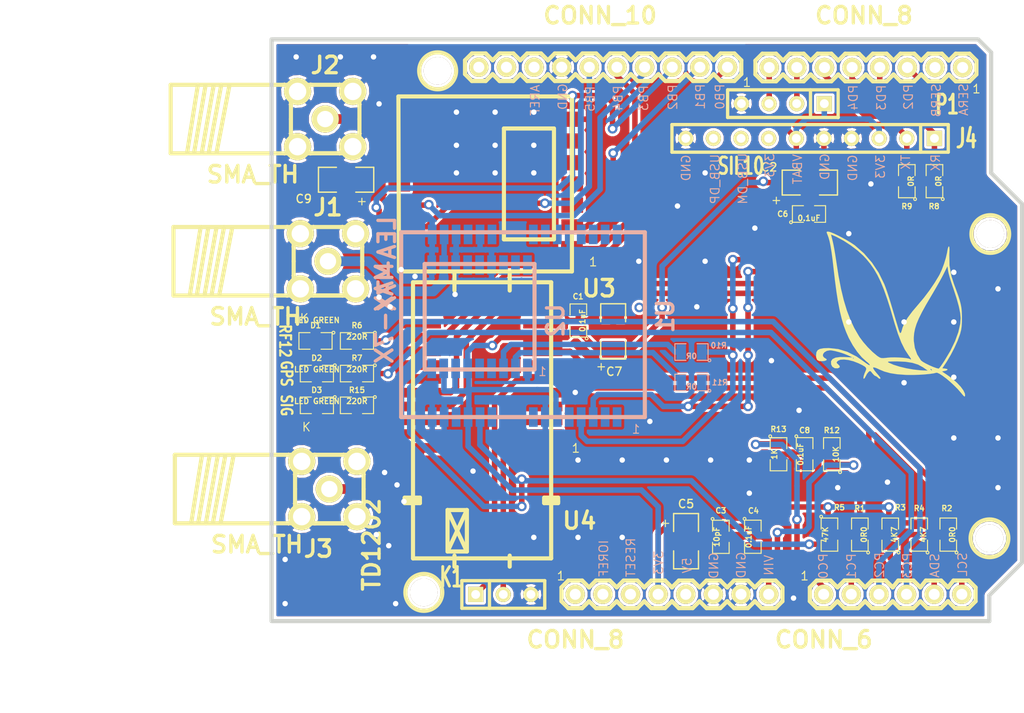
<source format=kicad_pcb>
(kicad_pcb (version 20171130) (host pcbnew "(5.1.12)-1")
  (title_block (title Sigfoxuino) (rev 1) (company "RzBo Concept"))
  (layers (0 Front signal) (31 Back signal) (34 B.Paste user) (35 F.Paste user) (36 B.SilkS user) (37 F.SilkS user) (38 B.Mask user) (39 F.Mask user) (44 Edge.Cuts user))
  (net 0 "")
  (net 1 +3.3V)
  (net 2 /PB0)
  (net 3 /PB1)
  (net 4 /PB2)
  (net 5 /PB3)
  (net 6 /PB4)
  (net 7 /PB5)
  (net 8 /PC0)
  (net 9 /PC1)
  (net 10 /PC2)
  (net 11 /PC3)
  (net 12 /PD2)
  (net 13 /PD3)
  (net 14 /PD4)
  (net 15 /PD5)
  (net 16 /PD6)
  (net 17 /PD7)
  (net 18 /RF_GPS)
  (net 19 /RF_RF12)
  (net 20 /RF_SIG)
  (net 21 /RX_SFT)
  (net 22 /SCL)
  (net 23 /SDA)
  (net 24 /STATUS_SIG)
  (net 25 /TX_SFT)
  (net 26 /VIN)
  (net 27 GND)
  (net 28 N-000001)
  (net 29 N-0000013)
  (net 30 N-0000015)
  (net 31 N-0000016)
  (net 32 N-000002)
  (net 33 N-000003)
  (net 34 N-000004)
  (net 35 N-000005)
  (net 36 N-000006)
  (module SMA-SMB_right_angle (layer Front) (at 114.681 91.948 180)
    (fp_text reference J1 (at 0 4.953 180) (layer F.SilkS) (effects (font (size 1.524 1.524) (thickness 0.3048))))
    (fp_text value SMA_TH (at 6.65 -5.1 180) (layer F.SilkS) (effects (font (size 1.524 1.524) (thickness 0.3048))))
    (pad 1 thru_hole circle (at 0 0 180) (size 2.5 2.5) (drill 1.5) (layers *.Cu *.Mask F.SilkS) (net 18 /RF_GPS))
    (pad 2 thru_hole circle (at 2.54 -2.54 180) (size 2.5 2.5) (drill 1.6) (layers *.Cu *.Mask F.SilkS) (net 27 GND))
    (pad 3 thru_hole circle (at -2.54 -2.54 180) (size 2.5 2.5) (drill 1.6) (layers *.Cu *.Mask F.SilkS) (net 27 GND))
    (pad 4 thru_hole circle (at -2.54 2.54 180) (size 2.5 2.5) (drill 1.6) (layers *.Cu *.Mask F.SilkS) (net 27 GND))
    (pad 5 thru_hole circle (at 2.54 2.54 180) (size 2.5 2.5) (drill 1.6) (layers *.Cu *.Mask F.SilkS) (net 27 GND))
  )
  (module 1pin (layer Front) (at 175.5648 89.44102)
    (fp_text reference V4 hide)
    (fp_text value "" hide)
    (pad 1 thru_hole circle (at 0 0) (size 2.54 2.54) (drill 2.54) (layers *.Cu *.Mask F.SilkS))
  )
  (module 1pin (layer Front) (at 175.4886 117.43182)
    (fp_text reference V5 hide)
    (fp_text value "" hide)
    (pad 1 thru_hole circle (at 0 0) (size 2.54 2.54) (drill 2.54) (layers *.Cu *.Mask F.SilkS))
  )
  (module Con8 (layer Front) (at 137.414 122.58802)
    (fp_text reference CONN8_1 hide)
    (fp_text value CONN_8 (at 0.0127 4.16306) (layer F.SilkS) (effects (font (size 1.524 1.524) (thickness 0.3048))))
    (pad 2 thru_hole circle (at 2.54 0) (size 1.778 1.778) (drill 1.016) (layers *.Cu *.Mask F.SilkS))
    (pad 3 thru_hole circle (at 5.08 0) (size 1.778 1.778) (drill 1.016) (layers *.Cu *.Mask F.SilkS))
    (pad 4 thru_hole circle (at 7.62 0) (size 1.778 1.778) (drill 1.016) (layers *.Cu *.Mask F.SilkS) (net 1 +3.3V))
    (pad 5 thru_hole circle (at 10.16 0) (size 1.778 1.778) (drill 1.016) (layers *.Cu *.Mask F.SilkS))
    (pad 6 thru_hole circle (at 12.7 0) (size 1.778 1.778) (drill 1.016) (layers *.Cu *.Mask F.SilkS) (net 27 GND))
    (pad 7 thru_hole circle (at 15.24 0) (size 1.778 1.778) (drill 1.016) (layers *.Cu *.Mask F.SilkS) (net 27 GND))
    (pad 8 thru_hole circle (at 17.78 0) (size 1.778 1.778) (drill 1.016) (layers *.Cu *.Mask F.SilkS) (net 26 /VIN))
    (pad 1 thru_hole circle (at 0 0) (size 1.778 1.778) (drill 1.016) (layers *.Cu *.Mask F.SilkS))
  )
  (module Con8 (layer Front) (at 173.0248 74.12482 180)
    (fp_text reference CON8_2 hide)
    (fp_text value CONN_8 (at 9.0678 4.78282 180) (layer F.SilkS) (effects (font (size 1.524 1.524) (thickness 0.3048))))
    (pad 2 thru_hole circle (at 2.54 0 180) (size 1.778 1.778) (drill 1.016) (layers *.Cu *.Mask F.SilkS))
    (pad 3 thru_hole circle (at 5.08 0 180) (size 1.778 1.778) (drill 1.016) (layers *.Cu *.Mask F.SilkS) (net 12 /PD2))
    (pad 4 thru_hole circle (at 7.62 0 180) (size 1.778 1.778) (drill 1.016) (layers *.Cu *.Mask F.SilkS) (net 13 /PD3))
    (pad 5 thru_hole circle (at 10.16 0 180) (size 1.778 1.778) (drill 1.016) (layers *.Cu *.Mask F.SilkS) (net 14 /PD4))
    (pad 6 thru_hole circle (at 12.7 0 180) (size 1.778 1.778) (drill 1.016) (layers *.Cu *.Mask F.SilkS) (net 15 /PD5))
    (pad 7 thru_hole circle (at 15.24 0 180) (size 1.778 1.778) (drill 1.016) (layers *.Cu *.Mask F.SilkS) (net 16 /PD6))
    (pad 8 thru_hole circle (at 17.78 0 180) (size 1.778 1.778) (drill 1.016) (layers *.Cu *.Mask F.SilkS) (net 17 /PD7))
    (pad 1 thru_hole circle (at 0 0 180) (size 1.778 1.778) (drill 1.016) (layers *.Cu *.Mask F.SilkS))
  )
  (module Con6 (layer Front) (at 160.2486 122.58802)
    (fp_text reference CON6_1 hide)
    (fp_text value CONN_6 (at 0.0127 4.16306) (layer F.SilkS) (effects (font (size 1.524 1.524) (thickness 0.3048))))
    (pad 2 thru_hole circle (at 2.54 0) (size 1.778 1.778) (drill 1.016) (layers *.Cu *.Mask F.SilkS) (net 9 /PC1))
    (pad 3 thru_hole circle (at 5.08 0) (size 1.778 1.778) (drill 1.016) (layers *.Cu *.Mask F.SilkS) (net 10 /PC2))
    (pad 4 thru_hole circle (at 7.62 0) (size 1.778 1.778) (drill 1.016) (layers *.Cu *.Mask F.SilkS) (net 11 /PC3))
    (pad 5 thru_hole circle (at 10.16 0) (size 1.778 1.778) (drill 1.016) (layers *.Cu *.Mask F.SilkS) (net 23 /SDA))
    (pad 6 thru_hole circle (at 12.7 0) (size 1.778 1.778) (drill 1.016) (layers *.Cu *.Mask F.SilkS) (net 22 /SCL))
    (pad 1 thru_hole circle (at 0 0) (size 1.778 1.778) (drill 1.016) (layers *.Cu *.Mask F.SilkS) (net 8 /PC0))
  )
  (module Con10 (layer Front) (at 151.4094 74.09942 180)
    (fp_text reference CONN10_1 hide)
    (fp_text value CONN_10 (at 11.7094 4.75742 180) (layer F.SilkS) (effects (font (size 1.524 1.524) (thickness 0.3048))))
    (pad 2 thru_hole circle (at 2.54 0 180) (size 1.778 1.778) (drill 1.016) (layers *.Cu *.Mask F.SilkS) (net 3 /PB1))
    (pad 3 thru_hole circle (at 5.08 0 180) (size 1.778 1.778) (drill 1.016) (layers *.Cu *.Mask F.SilkS) (net 4 /PB2))
    (pad 4 thru_hole circle (at 7.62 0 180) (size 1.778 1.778) (drill 1.016) (layers *.Cu *.Mask F.SilkS) (net 5 /PB3))
    (pad 5 thru_hole circle (at 10.16 0 180) (size 1.778 1.778) (drill 1.016) (layers *.Cu *.Mask F.SilkS) (net 6 /PB4))
    (pad 6 thru_hole circle (at 12.7 0 180) (size 1.778 1.778) (drill 1.016) (layers *.Cu *.Mask F.SilkS) (net 7 /PB5))
    (pad 7 thru_hole circle (at 15.24 0 180) (size 1.778 1.778) (drill 1.016) (layers *.Cu *.Mask F.SilkS) (net 27 GND))
    (pad 8 thru_hole circle (at 17.78 0 180) (size 1.778 1.778) (drill 1.016) (layers *.Cu *.Mask F.SilkS))
    (pad 9 thru_hole circle (at 20.32 0 180) (size 1.778 1.778) (drill 1.016) (layers *.Cu *.Mask F.SilkS))
    (pad 10 thru_hole circle (at 22.86 0 180) (size 1.778 1.778) (drill 1.016) (layers *.Cu *.Mask F.SilkS))
    (pad 1 thru_hole circle (at 0 0 180) (size 1.778 1.778) (drill 1.016) (layers *.Cu *.Mask F.SilkS) (net 2 /PB0))
  )
  (module SMA-SMB_right_angle (layer Front) (at 114.427 78.867 180)
    (fp_text reference J2 (at 0 4.953 180) (layer F.SilkS) (effects (font (size 1.524 1.524) (thickness 0.3048))))
    (fp_text value SMA_TH (at 6.65 -5.1 180) (layer F.SilkS) (effects (font (size 1.524 1.524) (thickness 0.3048))))
    (pad 1 thru_hole circle (at 0 0 180) (size 2.5 2.5) (drill 1.5) (layers *.Cu *.Mask F.SilkS) (net 19 /RF_RF12))
    (pad 2 thru_hole circle (at 2.54 -2.54 180) (size 2.5 2.5) (drill 1.6) (layers *.Cu *.Mask F.SilkS) (net 27 GND))
    (pad 3 thru_hole circle (at -2.54 -2.54 180) (size 2.5 2.5) (drill 1.6) (layers *.Cu *.Mask F.SilkS) (net 27 GND))
    (pad 4 thru_hole circle (at -2.54 2.54 180) (size 2.5 2.5) (drill 1.6) (layers *.Cu *.Mask F.SilkS) (net 27 GND))
    (pad 5 thru_hole circle (at 2.54 2.54 180) (size 2.5 2.5) (drill 1.6) (layers *.Cu *.Mask F.SilkS) (net 27 GND))
  )
  (module SMA-SMB_right_angle (layer Front) (at 114.808 112.903 180)
    (fp_text reference J3 (at 1.008 -5.497 180) (layer F.SilkS) (effects (font (size 1.524 1.524) (thickness 0.3048))))
    (fp_text value SMA_TH (at 6.65 -5.1 180) (layer F.SilkS) (effects (font (size 1.524 1.524) (thickness 0.3048))))
    (pad 1 thru_hole circle (at 0 0 180) (size 2.5 2.5) (drill 1.5) (layers *.Cu *.Mask F.SilkS) (net 20 /RF_SIG))
    (pad 2 thru_hole circle (at 2.54 -2.54 180) (size 2.5 2.5) (drill 1.6) (layers *.Cu *.Mask F.SilkS) (net 27 GND))
    (pad 3 thru_hole circle (at -2.54 -2.54 180) (size 2.5 2.5) (drill 1.6) (layers *.Cu *.Mask F.SilkS) (net 27 GND))
    (pad 4 thru_hole circle (at -2.54 2.54 180) (size 2.5 2.5) (drill 1.6) (layers *.Cu *.Mask F.SilkS) (net 27 GND))
    (pad 5 thru_hole circle (at 2.54 2.54 180) (size 2.5 2.5) (drill 1.6) (layers *.Cu *.Mask F.SilkS) (net 27 GND))
  )
  (module SM1206 (layer Front) (at 116.35 84.45 180)
    (fp_text reference C9 (at 3.9 -1.76 180) (layer F.SilkS) (effects (font (size 0.762 0.762) (thickness 0.127))))
    (fp_text value 1uF/9V hide)
    (pad 1 smd rect (at -1.651 0 180) (size 1.524 2.032) (layers Front F.Paste F.Mask) (net 1 +3.3V))
    (pad 2 smd rect (at 1.651 0 180) (size 1.524 2.032) (layers Front F.Paste F.Mask) (net 27 GND))
  )
  (module SM1206 (layer Front) (at 158.98 84.71)
    (fp_text reference C2 (at -3.74 -1.41) (layer F.SilkS) (effects (font (size 0.762 0.762) (thickness 0.127))))
    (fp_text value 10uF/9V hide)
    (pad 1 smd rect (at -1.651 0) (size 1.524 2.032) (layers Front F.Paste F.Mask) (net 1 +3.3V))
    (pad 2 smd rect (at 1.651 0) (size 1.524 2.032) (layers Front F.Paste F.Mask) (net 27 GND))
  )
  (module SM1206 (layer Front) (at 147.6 117.7 270)
    (fp_text reference C5 (at -3.429 0) (layer F.SilkS) (effects (font (size 0.762 0.762) (thickness 0.127))))
    (fp_text value 10uF/9V hide)
    (pad 1 smd rect (at -1.651 0 270) (size 1.524 2.032) (layers Front F.Paste F.Mask) (net 1 +3.3V))
    (pad 2 smd rect (at 1.651 0 270) (size 1.524 2.032) (layers Front F.Paste F.Mask) (net 27 GND))
  )
  (module SM1206 (layer Front) (at 140.9 98.4 90)
    (fp_text reference C7 (at -3.7 0.1 180) (layer F.SilkS) (effects (font (size 0.762 0.762) (thickness 0.127))))
    (fp_text value 10uF/9V hide)
    (pad 1 smd rect (at -1.651 0 90) (size 1.524 2.032) (layers Front F.Paste F.Mask) (net 1 +3.3V))
    (pad 2 smd rect (at 1.651 0 90) (size 1.524 2.032) (layers Front F.Paste F.Mask) (net 27 GND))
  )
  (module SM0805 (layer Front) (at 113.538 99.277 180)
    (fp_text reference D1 (at -0.012 1.427 180) (layer F.SilkS) (effects (font (size 0.50038 0.50038) (thickness 0.10922))))
    (fp_text value "LED GREEN" (at -0.127 1.905 180) (layer F.SilkS) (effects (font (size 0.50038 0.50038) (thickness 0.10922))))
    (pad 1 smd rect (at -0.9525 0 180) (size 0.889 1.397) (layers Front F.Paste F.Mask) (net 34 N-000004))
    (pad 2 smd rect (at 0.9525 0 180) (size 0.889 1.397) (layers Front F.Paste F.Mask) (net 27 GND))
  )
  (module SM0805 (layer Front) (at 117.348 99.277 180)
    (fp_text reference R6 (at -0.002 1.427 180) (layer F.SilkS) (effects (font (size 0.50038 0.50038) (thickness 0.10922))))
    (fp_text value 220R (at 0 0.381 180) (layer F.SilkS) (effects (font (size 0.50038 0.50038) (thickness 0.10922))))
    (pad 1 smd rect (at -0.9525 0 180) (size 0.889 1.397) (layers Front F.Paste F.Mask) (net 11 /PC3))
    (pad 2 smd rect (at 0.9525 0 180) (size 0.889 1.397) (layers Front F.Paste F.Mask) (net 34 N-000004))
  )
  (module SM0805 (layer Front) (at 137.7 97.4 90)
    (fp_text reference C1 (at 2.21 -0.02 180) (layer F.SilkS) (effects (font (size 0.50038 0.50038) (thickness 0.10922))))
    (fp_text value 0.1uF (at 0 0.381 90) (layer F.SilkS) (effects (font (size 0.50038 0.50038) (thickness 0.10922))))
    (pad 1 smd rect (at -0.9525 0 90) (size 0.889 1.397) (layers Front F.Paste F.Mask) (net 1 +3.3V))
    (pad 2 smd rect (at 0.9525 0 90) (size 0.889 1.397) (layers Front F.Paste F.Mask) (net 27 GND))
  )
  (module SM0805 (layer Front) (at 158.9 87.6)
    (fp_text reference C6 (at -2.413 0) (layer F.SilkS) (effects (font (size 0.50038 0.50038) (thickness 0.10922))))
    (fp_text value 0.1uF (at 0 0.381) (layer F.SilkS) (effects (font (size 0.50038 0.50038) (thickness 0.10922))))
    (pad 1 smd rect (at -0.9525 0) (size 0.889 1.397) (layers Front F.Paste F.Mask) (net 1 +3.3V))
    (pad 2 smd rect (at 0.9525 0) (size 0.889 1.397) (layers Front F.Paste F.Mask) (net 27 GND))
  )
  (module SM0805 (layer Front) (at 160.782 117.094 270)
    (fp_text reference R5 (at -2.494 -0.918) (layer F.SilkS) (effects (font (size 0.50038 0.50038) (thickness 0.10922))))
    (fp_text value 47K (at 0 0.381 270) (layer F.SilkS) (effects (font (size 0.50038 0.50038) (thickness 0.10922))))
    (pad 1 smd rect (at -0.9525 0 270) (size 0.889 1.397) (layers Front F.Paste F.Mask) (net 1 +3.3V))
    (pad 2 smd rect (at 0.9525 0 270) (size 0.889 1.397) (layers Front F.Paste F.Mask) (net 9 /PC1))
  )
  (module SM0805 (layer Back) (at 148.1 100.3 180)
    (fp_text reference R10 (at -2.5 0.6 180) (layer B.SilkS) (effects (font (size 0.50038 0.50038) (thickness 0.10922)) (justify mirror)))
    (fp_text value 0R (at 0 -0.381 180) (layer B.SilkS) (effects (font (size 0.50038 0.50038) (thickness 0.10922)) (justify mirror)))
    (pad 1 smd rect (at -0.9525 0 180) (size 0.889 1.397) (layers Back B.Paste B.Mask) (net 25 /TX_SFT))
    (pad 2 smd rect (at 0.9525 0 180) (size 0.889 1.397) (layers Back B.Paste B.Mask) (net 32 N-000002))
  )
  (module SM0805 (layer Back) (at 148.1 103.1 180)
    (fp_text reference R11 (at -2.6 0 180) (layer B.SilkS) (effects (font (size 0.50038 0.50038) (thickness 0.10922)) (justify mirror)))
    (fp_text value 0R (at 0 -0.381 180) (layer B.SilkS) (effects (font (size 0.50038 0.50038) (thickness 0.10922)) (justify mirror)))
    (pad 1 smd rect (at -0.9525 0 180) (size 0.889 1.397) (layers Back B.Paste B.Mask) (net 21 /RX_SFT))
    (pad 2 smd rect (at 0.9525 0 180) (size 0.889 1.397) (layers Back B.Paste B.Mask) (net 28 N-000001))
  )
  (module SM0805 (layer Front) (at 170.434 84.582 90)
    (fp_text reference R8 (at -2.318 -0.034 180) (layer F.SilkS) (effects (font (size 0.50038 0.50038) (thickness 0.10922))))
    (fp_text value 0R (at 0 0.381 90) (layer F.SilkS) (effects (font (size 0.50038 0.50038) (thickness 0.10922))))
    (pad 1 smd rect (at -0.9525 0 90) (size 0.889 1.397) (layers Front F.Paste F.Mask) (net 21 /RX_SFT))
    (pad 2 smd rect (at 0.9525 0 90) (size 0.889 1.397) (layers Front F.Paste F.Mask) (net 14 /PD4))
  )
  (module SM0805 (layer Front) (at 167.894 84.582 90)
    (fp_text reference R9 (at -2.318 0.006 180) (layer F.SilkS) (effects (font (size 0.50038 0.50038) (thickness 0.10922))))
    (fp_text value 0R (at 0 0.381 90) (layer F.SilkS) (effects (font (size 0.50038 0.50038) (thickness 0.10922))))
    (pad 1 smd rect (at -0.9525 0 90) (size 0.889 1.397) (layers Front F.Paste F.Mask) (net 25 /TX_SFT))
    (pad 2 smd rect (at 0.9525 0 90) (size 0.889 1.397) (layers Front F.Paste F.Mask) (net 15 /PD5))
  )
  (module SM0805 (layer Front) (at 117.348 105.202 180)
    (fp_text reference R15 (at -0.002 1.402 180) (layer F.SilkS) (effects (font (size 0.50038 0.50038) (thickness 0.10922))))
    (fp_text value 220R (at 0 0.381 180) (layer F.SilkS) (effects (font (size 0.50038 0.50038) (thickness 0.10922))))
    (pad 1 smd rect (at -0.9525 0 180) (size 0.889 1.397) (layers Front F.Paste F.Mask) (net 24 /STATUS_SIG))
    (pad 2 smd rect (at 0.9525 0 180) (size 0.889 1.397) (layers Front F.Paste F.Mask) (net 29 N-0000013))
  )
  (module SM0805 (layer Front) (at 113.665 102.279 180)
    (fp_text reference D2 (at 0.015 1.429 180) (layer F.SilkS) (effects (font (size 0.50038 0.50038) (thickness 0.10922))))
    (fp_text value "LED GREEN" (at 0 0.381 180) (layer F.SilkS) (effects (font (size 0.50038 0.50038) (thickness 0.10922))))
    (pad 1 smd rect (at -0.9525 0 180) (size 0.889 1.397) (layers Front F.Paste F.Mask) (net 33 N-000003))
    (pad 2 smd rect (at 0.9525 0 180) (size 0.889 1.397) (layers Front F.Paste F.Mask) (net 27 GND))
  )
  (module SM0805 (layer Front) (at 117.348 102.279 180)
    (fp_text reference R7 (at -0.002 1.429 180) (layer F.SilkS) (effects (font (size 0.50038 0.50038) (thickness 0.10922))))
    (fp_text value 220R (at 0 0.381 180) (layer F.SilkS) (effects (font (size 0.50038 0.50038) (thickness 0.10922))))
    (pad 1 smd rect (at -0.9525 0 180) (size 0.889 1.397) (layers Front F.Paste F.Mask) (net 10 /PC2))
    (pad 2 smd rect (at 0.9525 0 180) (size 0.889 1.397) (layers Front F.Paste F.Mask) (net 33 N-000003))
  )
  (module SM0805 (layer Front) (at 150.8 117.3 270)
    (fp_text reference C3 (at -2.413 0) (layer F.SilkS) (effects (font (size 0.50038 0.50038) (thickness 0.10922))))
    (fp_text value 10pF (at 0 0.381 270) (layer F.SilkS) (effects (font (size 0.50038 0.50038) (thickness 0.10922))))
    (pad 1 smd rect (at -0.9525 0 270) (size 0.889 1.397) (layers Front F.Paste F.Mask) (net 1 +3.3V))
    (pad 2 smd rect (at 0.9525 0 270) (size 0.889 1.397) (layers Front F.Paste F.Mask) (net 27 GND))
  )
  (module SM0805 (layer Front) (at 153.74 117.29 270)
    (fp_text reference C4 (at -2.39 -0.06) (layer F.SilkS) (effects (font (size 0.50038 0.50038) (thickness 0.10922))))
    (fp_text value 0.1uF (at 0 0.381 270) (layer F.SilkS) (effects (font (size 0.50038 0.50038) (thickness 0.10922))))
    (pad 1 smd rect (at -0.9525 0 270) (size 0.889 1.397) (layers Front F.Paste F.Mask) (net 1 +3.3V))
    (pad 2 smd rect (at 0.9525 0 270) (size 0.889 1.397) (layers Front F.Paste F.Mask) (net 27 GND))
  )
  (module SM0805 (layer Front) (at 166.37 117.094 90)
    (fp_text reference R3 (at 2.494 0.93 180) (layer F.SilkS) (effects (font (size 0.50038 0.50038) (thickness 0.10922))))
    (fp_text value 4K7 (at 0 0.381 90) (layer F.SilkS) (effects (font (size 0.50038 0.50038) (thickness 0.10922))))
    (pad 1 smd rect (at -0.9525 0 90) (size 0.889 1.397) (layers Front F.Paste F.Mask) (net 23 /SDA))
    (pad 2 smd rect (at 0.9525 0 90) (size 0.889 1.397) (layers Front F.Paste F.Mask) (net 1 +3.3V))
  )
  (module SM0805 (layer Front) (at 169.037 117.094 90)
    (fp_text reference R4 (at 2.413 0 180) (layer F.SilkS) (effects (font (size 0.50038 0.50038) (thickness 0.10922))))
    (fp_text value 4K7 (at 0 0.381 90) (layer F.SilkS) (effects (font (size 0.50038 0.50038) (thickness 0.10922))))
    (pad 1 smd rect (at -0.9525 0 90) (size 0.889 1.397) (layers Front F.Paste F.Mask) (net 22 /SCL))
    (pad 2 smd rect (at 0.9525 0 90) (size 0.889 1.397) (layers Front F.Paste F.Mask) (net 1 +3.3V))
  )
  (module SM0805 (layer Front) (at 163.576 117.094 90)
    (fp_text reference R1 (at 2.413 0 180) (layer F.SilkS) (effects (font (size 0.50038 0.50038) (thickness 0.10922))))
    (fp_text value 0R0 (at 0 0.381 90) (layer F.SilkS) (effects (font (size 0.50038 0.50038) (thickness 0.10922))))
    (pad 1 smd rect (at -0.9525 0 90) (size 0.889 1.397) (layers Front F.Paste F.Mask) (net 23 /SDA))
    (pad 2 smd rect (at 0.9525 0 90) (size 0.889 1.397) (layers Front F.Paste F.Mask) (net 31 N-0000016))
  )
  (module SM0805 (layer Front) (at 171.704 117.094 90)
    (fp_text reference R2 (at 2.413 -0.127 180) (layer F.SilkS) (effects (font (size 0.50038 0.50038) (thickness 0.10922))))
    (fp_text value 0R0 (at 0 0.381 90) (layer F.SilkS) (effects (font (size 0.50038 0.50038) (thickness 0.10922))))
    (pad 1 smd rect (at -0.9525 0 90) (size 0.889 1.397) (layers Front F.Paste F.Mask) (net 22 /SCL))
    (pad 2 smd rect (at 0.9525 0 90) (size 0.889 1.397) (layers Front F.Paste F.Mask) (net 30 N-0000015))
  )
  (module SM0805 (layer Front) (at 113.665 105.202 180)
    (fp_text reference D3 (at 0.015 1.402 180) (layer F.SilkS) (effects (font (size 0.50038 0.50038) (thickness 0.10922))))
    (fp_text value "LED GREEN" (at 0 0.381 180) (layer F.SilkS) (effects (font (size 0.50038 0.50038) (thickness 0.10922))))
    (pad 1 smd rect (at -0.9525 0 180) (size 0.889 1.397) (layers Front F.Paste F.Mask) (net 29 N-0000013))
    (pad 2 smd rect (at 0.9525 0 180) (size 0.889 1.397) (layers Front F.Paste F.Mask) (net 27 GND))
  )
  (module SIL-3 (layer Front) (at 130.8 122.6)
    (fp_text reference K1 (at -4.77 -1.59) (layer F.SilkS) (effects (font (size 1.7907 1.07696) (thickness 0.3048))))
    (fp_text value CONN_3 hide)
    (pad 1 thru_hole rect (at -2.54 0) (size 1.397 1.397) (drill 0.8128) (layers *.Cu *.Mask F.SilkS) (net 36 N-000006))
    (pad 2 thru_hole circle (at 0 0) (size 1.397 1.397) (drill 0.8128) (layers *.Cu *.Mask F.SilkS) (net 35 N-000005))
    (pad 3 thru_hole circle (at 2.54 0) (size 1.397 1.397) (drill 0.8128) (layers *.Cu *.Mask F.SilkS) (net 27 GND))
  )
  (module SIL-10 (layer Front) (at 159.004 80.645 180)
    (fp_text reference J4 (at -14.376 -0.005 180) (layer F.SilkS) (effects (font (size 1.72974 1.08712) (thickness 0.3048))))
    (fp_text value SIL10 (at 6.35 -2.54 180) (layer F.SilkS) (effects (font (size 1.524 1.016) (thickness 0.3048))))
    (pad 1 thru_hole rect (at -11.43 0 180) (size 1.397 1.397) (drill 0.8128) (layers *.Cu *.Mask F.SilkS) (net 14 /PD4))
    (pad 2 thru_hole circle (at -8.89 0 180) (size 1.397 1.397) (drill 0.8128) (layers *.Cu *.Mask F.SilkS) (net 15 /PD5))
    (pad 3 thru_hole circle (at -6.35 0 180) (size 1.397 1.397) (drill 0.8128) (layers *.Cu *.Mask F.SilkS) (net 1 +3.3V))
    (pad 4 thru_hole circle (at -3.81 0 180) (size 1.397 1.397) (drill 0.8128) (layers *.Cu *.Mask F.SilkS) (net 27 GND))
    (pad 5 thru_hole circle (at -1.27 0 180) (size 1.397 1.397) (drill 0.8128) (layers *.Cu *.Mask F.SilkS) (net 27 GND))
    (pad 6 thru_hole circle (at 1.27 0 180) (size 1.397 1.397) (drill 0.8128) (layers *.Cu *.Mask F.SilkS) (net 1 +3.3V))
    (pad 7 thru_hole circle (at 3.81 0 180) (size 1.397 1.397) (drill 0.8128) (layers *.Cu *.Mask F.SilkS))
    (pad 8 thru_hole circle (at 6.35 0 180) (size 1.397 1.397) (drill 0.8128) (layers *.Cu *.Mask F.SilkS))
    (pad 9 thru_hole circle (at 8.89 0 180) (size 1.397 1.397) (drill 0.8128) (layers *.Cu *.Mask F.SilkS))
    (pad 10 thru_hole circle (at 11.43 0 180) (size 1.397 1.397) (drill 0.8128) (layers *.Cu *.Mask F.SilkS) (net 27 GND))
  )
  (module RFM12 (layer Front) (at 129.159 84.836 180)
    (fp_text reference U3 (at -10.441 -9.614 180) (layer F.SilkS) (effects (font (size 1.524 1.524) (thickness 0.3048))))
    (fp_text value RFM12 hide)
    (pad 1 smd rect (at -7.9502 -5.95122 180) (size 1.99898 1.39954) (layers Front F.Paste F.Mask) (net 6 /PB4))
    (pad 2 smd rect (at -7.97814 -3.9497 180) (size 1.99898 1.39954) (layers Front F.Paste F.Mask) (net 3 /PB1))
    (pad 3 smd rect (at -7.97814 -1.95072 180) (size 1.99898 1.39954) (layers Front F.Paste F.Mask))
    (pad 4 smd rect (at -7.97814 0 180) (size 1.99898 1.39954) (layers Front F.Paste F.Mask))
    (pad 5 smd rect (at -7.97814 1.95072 180) (size 1.99898 1.39954) (layers Front F.Paste F.Mask))
    (pad 6 smd rect (at -7.97814 3.9497 180) (size 1.99898 1.39954) (layers Front F.Paste F.Mask))
    (pad 7 smd rect (at -7.97814 5.95122 180) (size 1.99898 1.39954) (layers Front F.Paste F.Mask) (net 27 GND))
    (pad 8 smd rect (at 7.92226 5.95122 180) (size 1.99898 1.39954) (layers Front F.Paste F.Mask) (net 19 /RF_RF12))
    (pad 9 smd rect (at 7.92226 3.9497 180) (size 1.99898 1.39954) (layers Front F.Paste F.Mask) (net 1 +3.3V))
    (pad 10 smd rect (at 7.92226 1.95072 180) (size 1.99898 1.39954) (layers Front F.Paste F.Mask) (net 27 GND))
    (pad 11 smd rect (at 7.92226 0 180) (size 1.99898 1.39954) (layers Front F.Paste F.Mask))
    (pad 12 smd rect (at 7.92226 -1.95072 180) (size 1.99898 1.39954) (layers Front F.Paste F.Mask) (net 5 /PB3))
    (pad 13 smd rect (at 7.92226 -3.9497 180) (size 1.99898 1.39954) (layers Front F.Paste F.Mask) (net 7 /PB5))
    (pad 14 smd rect (at 7.92226 -5.95122 180) (size 1.99898 1.39954) (layers Front F.Paste F.Mask) (net 4 /PB2))
  )
  (module MAX-xx (layer Back) (at 123.571 92.202 270)
    (fp_text reference U2 (at 5.198 -12.029 270) (layer B.SilkS) (effects (font (size 1.524 1.524) (thickness 0.3048)) (justify mirror)))
    (fp_text value MAX-7X (at 4.5 3.7 270) (layer B.SilkS) (effects (font (size 1.524 1.524) (thickness 0.3048)) (justify mirror)))
    (pad 9 smd rect (at 9.6 -0.65 270) (size 1.8 0.8) (layers Back B.Paste B.Mask) (net 9 /PC1))
    (pad 8 smd rect (at 9.6 -1.75 270) (size 1.8 0.8) (layers Back B.Paste B.Mask) (net 1 +3.3V))
    (pad 7 smd rect (at 9.6 -2.85 270) (size 1.8 0.8) (layers Back B.Paste B.Mask) (net 1 +3.3V))
    (pad 6 smd rect (at 9.6 -3.95 270) (size 1.8 0.8) (layers Back B.Paste B.Mask) (net 1 +3.3V))
    (pad 5 smd rect (at 9.6 -5.05 270) (size 1.8 0.8) (layers Back B.Paste B.Mask))
    (pad 4 smd rect (at 9.6 -6.15 270) (size 1.8 0.8) (layers Back B.Paste B.Mask))
    (pad 3 smd rect (at 9.6 -7.25 270) (size 1.8 0.8) (layers Back B.Paste B.Mask) (net 32 N-000002))
    (pad 2 smd rect (at 9.6 -8.35 270) (size 1.8 0.8) (layers Back B.Paste B.Mask) (net 28 N-000001))
    (pad 1 smd rect (at 9.6 -9.45 270) (size 1.8 0.8) (layers Back B.Paste B.Mask) (net 27 GND))
    (pad 10 smd rect (at 0.1 -0.65 270) (size 1.8 0.8) (layers Back B.Paste B.Mask) (net 27 GND))
    (pad 11 smd rect (at 0.1 -1.75 270) (size 1.8 0.8) (layers Back B.Paste B.Mask) (net 18 /RF_GPS))
    (pad 12 smd rect (at 0.1 -2.85 270) (size 1.8 0.8) (layers Back B.Paste B.Mask) (net 27 GND))
    (pad 13 smd rect (at 0.1 -3.95 270) (size 1.8 0.8) (layers Back B.Paste B.Mask))
    (pad 14 smd rect (at 0.1 -5.05 270) (size 1.8 0.8) (layers Back B.Paste B.Mask))
    (pad 15 smd rect (at 0.1 -6.15 270) (size 1.8 0.8) (layers Back B.Paste B.Mask) (net 27 GND))
    (pad 16 smd rect (at 0.1 -7.25 270) (size 1.8 0.8) (layers Back B.Paste B.Mask))
    (pad 17 smd rect (at 0.1 -8.35 270) (size 1.8 0.8) (layers Back B.Paste B.Mask))
    (pad 18 smd rect (at 0.1 -9.45 270) (size 1.8 0.8) (layers Back B.Paste B.Mask))
  )
  (module LEA-xx (layer Back) (at 121.412 89.281 270)
    (fp_text reference U1 (at 7.719 -24.288 270) (layer B.SilkS) (effects (font (size 1.524 1.524) (thickness 0.3048)) (justify mirror)))
    (fp_text value LEA-7X (at 2.9 1.3 270) (layer B.SilkS) (effects (font (size 1.524 1.524) (thickness 0.3048)) (justify mirror)))
    (pad 15 smd rect (at 0 -2.85 270) (size 1.8 0.8) (drill (offset 0.2 0)) (layers Back B.Paste B.Mask) (net 27 GND))
    (pad 16 smd rect (at 0.2 -3.95 270) (size 1.8 0.8) (layers Back B.Paste B.Mask) (net 18 /RF_GPS))
    (pad 17 smd rect (at 0.2 -5.05 270) (size 1.8 0.8) (layers Back B.Paste B.Mask) (net 27 GND))
    (pad 18 smd rect (at 0.2 -6.15 270) (size 1.8 0.8) (layers Back B.Paste B.Mask))
    (pad 19 smd rect (at 0.2 -7.25 270) (size 1.8 0.8) (layers Back B.Paste B.Mask) (net 27 GND))
    (pad 20 smd rect (at 0.2 -8.35 270) (size 1.8 0.8) (layers Back B.Paste B.Mask))
    (pad 21 smd rect (at 0.2 -12.15 270) (size 1.8 0.8) (layers Back B.Paste B.Mask))
    (pad 22 smd rect (at 0.2 -13.25 270) (size 1.8 0.8) (layers Back B.Paste B.Mask))
    (pad 23 smd rect (at 0.2 -14.35 270) (size 1.8 0.8) (layers Back B.Paste B.Mask))
    (pad 24 smd rect (at 0.2 -15.45 270) (size 1.8 0.8) (layers Back B.Paste B.Mask) (net 27 GND))
    (pad 25 smd rect (at 0.2 -16.55 270) (size 1.8 0.8) (layers Back B.Paste B.Mask))
    (pad 26 smd rect (at 0.2 -17.65 270) (size 1.8 0.8) (layers Back B.Paste B.Mask))
    (pad 27 smd rect (at 0.2 -18.75 270) (size 1.8 0.8) (layers Back B.Paste B.Mask))
    (pad 28 smd rect (at 0.2 -19.85 270) (size 1.8 0.8) (layers Back B.Paste B.Mask))
    (pad 1 smd rect (at 17 -19.85 270) (size 1.8 0.8) (layers Back B.Paste B.Mask))
    (pad 14 smd rect (at 17 -2.85 270) (size 1.8 0.8) (layers Back B.Paste B.Mask) (net 27 GND))
    (pad 2 smd rect (at 17 -18.75 270) (size 1.8 0.8) (layers Back B.Paste B.Mask))
    (pad 3 smd rect (at 17 -17.65 270) (size 1.8 0.8) (layers Back B.Paste B.Mask) (net 21 /RX_SFT))
    (pad 4 smd rect (at 17 -16.55 270) (size 1.8 0.8) (layers Back B.Paste B.Mask) (net 25 /TX_SFT))
    (pad 5 smd rect (at 17 -15.45 270) (size 1.8 0.8) (layers Back B.Paste B.Mask))
    (pad 6 smd rect (at 17 -14.35 270) (size 1.8 0.8) (layers Back B.Paste B.Mask) (net 1 +3.3V))
    (pad 7 smd rect (at 17 -13.25 270) (size 1.8 0.8) (layers Back B.Paste B.Mask) (net 27 GND))
    (pad 8 smd rect (at 17 -12.15 270) (size 1.8 0.8) (layers Back B.Paste B.Mask))
    (pad 9 smd rect (at 17 -8.35 270) (size 1.8 0.8) (layers Back B.Paste B.Mask))
    (pad 10 smd rect (at 17 -7.25 270) (size 1.8 0.8) (layers Back B.Paste B.Mask) (net 9 /PC1))
    (pad 11 smd rect (at 17 -6.15 270) (size 1.8 0.8) (layers Back B.Paste B.Mask) (net 1 +3.3V))
    (pad 12 smd rect (at 17 -5.05 270) (size 1.8 0.8) (layers Back B.Paste B.Mask))
    (pad 13 smd rect (at 17 -3.95 270) (size 1.8 0.8) (layers Back B.Paste B.Mask) (net 27 GND))
  )
  (module SM0805 (layer Front) (at 156.1 109.7 270)
    (fp_text reference R13 (at -2.3 0) (layer F.SilkS) (effects (font (size 0.50038 0.50038) (thickness 0.10922))))
    (fp_text value 1K (at 0 0.381 270) (layer F.SilkS) (effects (font (size 0.50038 0.50038) (thickness 0.10922))))
    (pad 1 smd rect (at -0.9525 0 270) (size 0.889 1.397) (layers Front F.Paste F.Mask) (net 8 /PC0))
    (pad 2 smd rect (at 0.9525 0 270) (size 0.889 1.397) (layers Front F.Paste F.Mask) (net 27 GND))
  )
  (module SM0805 (layer Front) (at 161 109.7 90)
    (fp_text reference R12 (at 2.2 0 180) (layer F.SilkS) (effects (font (size 0.50038 0.50038) (thickness 0.10922))))
    (fp_text value 10K (at 0 0.381 90) (layer F.SilkS) (effects (font (size 0.50038 0.50038) (thickness 0.10922))))
    (pad 1 smd rect (at -0.9525 0 90) (size 0.889 1.397) (layers Front F.Paste F.Mask) (net 26 /VIN))
    (pad 2 smd rect (at 0.9525 0 90) (size 0.889 1.397) (layers Front F.Paste F.Mask) (net 8 /PC0))
  )
  (module SM0805 (layer Front) (at 158.5 109.7 270)
    (fp_text reference C8 (at -2.2 0) (layer F.SilkS) (effects (font (size 0.50038 0.50038) (thickness 0.10922))))
    (fp_text value 0.1uF (at 0 0.381 270) (layer F.SilkS) (effects (font (size 0.50038 0.50038) (thickness 0.10922))))
    (pad 1 smd rect (at -0.9525 0 270) (size 0.889 1.397) (layers Front F.Paste F.Mask) (net 8 /PC0))
    (pad 2 smd rect (at 0.9525 0 270) (size 0.889 1.397) (layers Front F.Paste F.Mask) (net 27 GND))
  )
  (module SIL-4 (layer Front) (at 156.5 77.45 180)
    (fp_text reference P1 (at -15.1 -0.08 180) (layer F.SilkS) (effects (font (size 1.73482 1.08712) (thickness 0.3048))))
    (fp_text value CONN_4 hide)
    (pad 1 thru_hole rect (at -3.81 0 180) (size 1.397 1.397) (drill 0.8128) (layers *.Cu *.Mask F.SilkS) (net 1 +3.3V))
    (pad 2 thru_hole circle (at -1.27 0 180) (size 1.397 1.397) (drill 0.8128) (layers *.Cu *.Mask F.SilkS) (net 16 /PD6))
    (pad 3 thru_hole circle (at 1.27 0 180) (size 1.397 1.397) (drill 0.8128) (layers *.Cu *.Mask F.SilkS) (net 17 /PD7))
    (pad 4 thru_hole circle (at 3.81 0 180) (size 1.397 1.397) (drill 0.8128) (layers *.Cu *.Mask F.SilkS) (net 27 GND))
  )
  (module 1pin_hole (layer Front) (at 124.7648 74.42962)
    (fp_text reference "" (at 2.8352 3.47038) (layer F.SilkS) (effects (font (size 1.016 1.016) (thickness 0.254))))
    (fp_text value P*** hide)
    (pad 1 thru_hole circle (at 0 0) (size 2.54 2.54) (drill 2.54) (layers *.Cu *.Mask F.SilkS))
  )
  (module 1pin_hole (layer Front) (at 123.4948 122.41022)
    (fp_text reference "" (at -2.6948 -0.06022 90) (layer F.SilkS) (effects (font (size 1.016 1.016) (thickness 0.254))))
    (fp_text value P*** hide)
    (pad 1 thru_hole circle (at 0 0) (size 2.54 2.54) (drill 2.54) (layers *.Cu *.Mask F.SilkS))
  )
  (module LOGO (layer Front) (at 166.41 96.84)
    (fp_text reference G*** hide)
    (fp_text value LOGO hide)
  )
  (module TD1202 (layer Front) (at 122.5 120.55 90)
    (fp_text reference U4 (at 4.726 15.295 180) (layer F.SilkS) (effects (font (size 1.524 1.524) (thickness 0.3048))))
    (fp_text value TD1202 (at 2.54 -3.81 90) (layer F.SilkS) (effects (font (size 1.524 1.524) (thickness 0.3048))))
    (pad 12 smd rect (at 24.13 0.77 90) (size 0.89 3.6) (layers Front F.Paste F.Mask) (net 27 GND))
    (pad 13 smd rect (at 22.86 0.77 90) (size 0.89 3.6) (layers Front F.Paste F.Mask))
    (pad 14 smd rect (at 21.59 0.77 90) (size 0.89 3.6) (layers Front F.Paste F.Mask) (net 2 /PB0))
    (pad 15 smd rect (at 20.32 0.77 90) (size 0.89 3.6) (layers Front F.Paste F.Mask))
    (pad 16 smd rect (at 19.05 0.77 90) (size 0.89 3.6) (layers Front F.Paste F.Mask))
    (pad 17 smd rect (at 17.78 0.77 90) (size 0.89 3.6) (layers Front F.Paste F.Mask))
    (pad 18 smd rect (at 16.51 0.77 90) (size 0.89 3.6) (layers Front F.Paste F.Mask) (net 13 /PD3))
    (pad 19 smd rect (at 15.24 0.77 90) (size 0.89 3.6) (layers Front F.Paste F.Mask) (net 12 /PD2))
    (pad 20 smd rect (at 13.97 0.77 90) (size 0.89 3.6) (layers Front F.Paste F.Mask))
    (pad 21 smd rect (at 12.7 0.77 90) (size 0.89 3.6) (layers Front F.Paste F.Mask) (net 24 /STATUS_SIG))
    (pad 22 smd rect (at 11.43 0.77 90) (size 0.89 3.6) (layers Front F.Paste F.Mask) (net 27 GND))
    (pad 23 smd rect (at 5.08 0.77 90) (size 0.89 3.6) (layers Front F.Paste F.Mask) (net 27 GND))
    (pad 24 smd rect (at 3.81 0.77 90) (size 0.89 3.6) (layers Front F.Paste F.Mask) (net 20 /RF_SIG))
    (pad 25 smd rect (at 2.54 0.77 90) (size 0.89 3.6) (layers Front F.Paste F.Mask) (net 27 GND))
    (pad 1 smd rect (at 11.43 11.93 90) (size 0.89 3.6) (layers Front F.Paste F.Mask) (net 27 GND))
    (pad 2 smd rect (at 12.7 11.93 90) (size 0.89 3.6) (layers Front F.Paste F.Mask) (net 27 GND))
    (pad 3 smd rect (at 13.97 11.93 90) (size 0.89 3.6) (layers Front F.Paste F.Mask))
    (pad 4 smd rect (at 15.24 11.93 90) (size 0.89 3.6) (layers Front F.Paste F.Mask))
    (pad 5 smd rect (at 16.51 11.93 90) (size 0.89 3.6) (layers Front F.Paste F.Mask) (net 35 N-000005))
    (pad 6 smd rect (at 17.78 11.93 90) (size 0.89 3.6) (layers Front F.Paste F.Mask) (net 36 N-000006))
    (pad 7 smd rect (at 19.05 11.93 90) (size 0.89 3.6) (layers Front F.Paste F.Mask) (net 31 N-0000016))
    (pad 8 smd rect (at 20.32 11.93 90) (size 0.89 3.6) (layers Front F.Paste F.Mask) (net 30 N-0000015))
    (pad 9 smd rect (at 21.59 11.93 90) (size 0.89 3.6) (layers Front F.Paste F.Mask) (net 1 +3.3V))
    (pad 10 smd rect (at 22.86 11.93 90) (size 0.89 3.6) (layers Front F.Paste F.Mask))
    (pad 11 smd rect (at 24.13 11.93 90) (size 0.89 3.6) (layers Front F.Paste F.Mask) (net 27 GND))
  )
  (gr_text AREF (at 133.73 77.15 90) (layer B.SilkS) (effects (font (size 0.8 0.8) (thickness 0.1)) (justify mirror)))
  (gr_text IOREF (at 140.03 119.3 90) (layer B.SilkS) (effects (font (size 0.8 0.8) (thickness 0.1)) (justify mirror)))
  (gr_text RESET (at 142.52 119.2 90) (layer B.SilkS) (effects (font (size 0.8 0.8) (thickness 0.1)) (justify mirror)))
  (gr_text 5V (at 147.7 119.94 90) (layer B.SilkS) (effects (font (size 0.8 0.8) (thickness 0.1)) (justify mirror)))
  (gr_text SERA (at 173.12 77.08 90) (layer B.SilkS) (effects (font (size 0.8 0.8) (thickness 0.1)) (justify mirror)))
  (gr_text SERB (at 170.6 77.15 90) (layer B.SilkS) (effects (font (size 0.8 0.8) (thickness 0.1)) (justify mirror)))
  (gr_text USB_DM (at 152.82 84.35 90) (layer B.SilkS) (effects (font (size 0.8 0.8) (thickness 0.1)) (justify mirror)))
  (gr_text USB_DP (at 150.27 84.39 90) (layer B.SilkS) (effects (font (size 0.8 0.8) (thickness 0.1)) (justify mirror)))
  (gr_text 3V3 (at 155.3 83.13 90) (layer B.SilkS) (effects (font (size 0.8 0.8) (thickness 0.1)) (justify mirror)))
  (gr_text VBAT (at 157.85 83.48 90) (layer B.SilkS) (effects (font (size 0.8 0.8) (thickness 0.1)) (justify mirror)))
  (gr_text GND (at 147.6 83.36 90) (layer B.SilkS) (effects (font (size 0.8 0.8) (thickness 0.1)) (justify mirror)))
  (gr_text GND (at 160.36 83.25 90) (layer B.SilkS) (effects (font (size 0.8 0.8) (thickness 0.1)) (justify mirror)))
  (gr_text GND (at 162.92 83.36 90) (layer B.SilkS) (effects (font (size 0.8 0.8) (thickness 0.1)) (justify mirror)))
  (gr_text GND (at 136.27 76.81 90) (layer B.SilkS) (effects (font (size 0.8 0.8) (thickness 0.1)) (justify mirror)))
  (gr_text GND (at 150.15 119.94 90) (layer B.SilkS) (effects (font (size 0.8 0.8) (thickness 0.1)) (justify mirror)))
  (gr_text GND (at 152.67 119.9 90) (layer B.SilkS) (effects (font (size 0.8 0.8) (thickness 0.1)) (justify mirror)))
  (gr_text PB0 (at 150.72 76.81 90) (layer B.SilkS) (effects (font (size 0.8 0.8) (thickness 0.1)) (justify mirror)))
  (gr_text PB1 (at 148.92 76.81 90) (layer B.SilkS) (effects (font (size 0.8 0.8) (thickness 0.1)) (justify mirror)))
  (gr_text PB5 (at 138.79 77.01 90) (layer B.SilkS) (effects (font (size 0.8 0.8) (thickness 0.1)) (justify mirror)))
  (gr_text PB4 (at 141.35 76.96 90) (layer B.SilkS) (effects (font (size 0.8 0.8) (thickness 0.1)) (justify mirror)))
  (gr_text PB3 (at 143.71 76.94 90) (layer B.SilkS) (effects (font (size 0.8 0.8) (thickness 0.1)) (justify mirror)))
  (gr_text PB2 (at 146.38 76.86 90) (layer B.SilkS) (effects (font (size 0.8 0.8) (thickness 0.1)) (justify mirror)))
  (gr_text RX (at 170.54 82.87 90) (layer B.SilkS) (effects (font (size 0.8 0.8) (thickness 0.1)) (justify mirror)))
  (gr_text TX (at 167.79 82.83 90) (layer B.SilkS) (effects (font (size 0.8 0.8) (thickness 0.1)) (justify mirror)))
  (gr_text 3V3 (at 165.47 83.25 90) (layer B.SilkS) (effects (font (size 0.8 0.8) (thickness 0.1)) (justify mirror)))
  (gr_text PD4 (at 162.97 76.9 90) (layer B.SilkS) (effects (font (size 0.8 0.8) (thickness 0.1)) (justify mirror)))
  (gr_text PD3 (at 165.56 76.9 90) (layer B.SilkS) (effects (font (size 0.8 0.8) (thickness 0.1)) (justify mirror)))
  (gr_text PD2 (at 168.04 76.84 90) (layer B.SilkS) (effects (font (size 0.8 0.8) (thickness 0.1)) (justify mirror)))
  (gr_text PC3 (at 167.95 119.94 90) (layer B.SilkS) (effects (font (size 0.8 0.8) (thickness 0.1)) (justify mirror)))
  (gr_text PC2 (at 165.39 119.91 90) (layer B.SilkS) (effects (font (size 0.8 0.8) (thickness 0.1)) (justify mirror)))
  (gr_text PC1 (at 162.81 120 90) (layer B.SilkS) (effects (font (size 0.8 0.8) (thickness 0.1)) (justify mirror)))
  (gr_text PC0 (at 160.22 120 90) (layer B.SilkS) (effects (font (size 0.8 0.8) (thickness 0.1)) (justify mirror)))
  (gr_text SDA (at 170.47 119.94 90) (layer B.SilkS) (effects (font (size 0.8 0.8) (thickness 0.1)) (justify mirror)))
  (gr_text SCL (at 173.02 119.84 90) (layer B.SilkS) (effects (font (size 0.8 0.8) (thickness 0.1)) (justify mirror)))
  (gr_text VIN (at 155.22 119.91 90) (layer B.SilkS) (effects (font (size 0.8 0.8) (thickness 0.1)) (justify mirror)))
  (gr_text 3V3 (at 145.08 119.68 90) (layer B.SilkS) (effects (font (size 0.8 0.8) (thickness 0.1)) (justify mirror)))
  (gr_text 1 (at 139.06 92.01) (layer F.SilkS) (effects (font (size 0.8 0.8) (thickness 0.1))))
  (gr_text SIGFOXUINO (at 175.6 102.3 270) (layer Front) (effects (font (size 1.5 1) (thickness 0.25))))
  (gr_text 1 (at 136.1 120.9) (layer F.SilkS) (effects (font (size 0.8 0.8) (thickness 0.1))))
  (gr_text 1 (at 158.5 120.9) (layer F.SilkS) (effects (font (size 0.8 0.8) (thickness 0.1))))
  (gr_text 1 (at 174.3 76.1) (layer F.SilkS) (effects (font (size 0.8 0.8) (thickness 0.1))))
  (gr_text 1 (at 137.47 109.15) (layer F.SilkS) (effects (font (size 0.8 0.8) (thickness 0.1))))
  (gr_text K (at 112.7 107.2) (layer F.SilkS) (effects (font (size 0.8 0.8) (thickness 0.1))))
  (gr_text K (at 112.5 97.2) (layer F.SilkS) (effects (font (size 0.8 0.8) (thickness 0.1))))
  (gr_text + (at 139.8 101.6) (layer F.SilkS) (effects (font (size 0.8 0.8) (thickness 0.1))))
  (gr_text + (at 155.9 86.3) (layer F.SilkS) (effects (font (size 0.8 0.8) (thickness 0.1))))
  (gr_text + (at 117.8 86.4) (layer F.SilkS) (effects (font (size 0.8 0.8) (thickness 0.1))))
  (gr_text + (at 145.7 116) (layer F.SilkS) (effects (font (size 0.8 0.8) (thickness 0.1))))
  (gr_text 1 (at 134.4 102.1) (layer B.SilkS) (effects (font (size 0.8 0.8) (thickness 0.1)) (justify mirror)))
  (gr_text 1 (at 143 107.4) (layer B.SilkS) (effects (font (size 0.8 0.8) (thickness 0.1)) (justify mirror)))
  (gr_text 1 (at 153.2 75.5) (layer F.SilkS) (effects (font (size 0.8 0.8) (thickness 0.1))))
  (gr_text CI14-001 (at 115.7 122.5) (layer Front) (effects (font (size 1.5 1) (thickness 0.25))))
  (gr_text SIG (at 110.871 105.202 270) (layer F.SilkS) (effects (font (size 1 0.8) (thickness 0.2))))
  (gr_text RF12 (at 110.744 99.277 270) (layer F.SilkS) (effects (font (size 1 0.8) (thickness 0.2))))
  (gr_text GPS (at 110.871 102.279 270) (layer F.SilkS) (effects (font (size 1 0.8) (thickness 0.2))))
  (gr_line (start 175.64862 83.82508) (end 175.64862 72.75068) (angle 90) (layer Edge.Cuts) (width 0.381))
  (gr_line (start 178.47564 86.6521) (end 175.64862 83.82508) (angle 90) (layer Edge.Cuts) (width 0.381))
  (gr_line (start 175.4759 125.05182) (end 175.4505 125.05182) (angle 90) (layer Edge.Cuts) (width 0.381))
  (gr_line (start 175.4759 122.67692) (end 175.4759 125.05182) (angle 90) (layer Edge.Cuts) (width 0.381))
  (gr_line (start 178.47564 119.67718) (end 175.4759 122.67692) (angle 90) (layer Edge.Cuts) (width 0.381))
  (gr_line (start 109.4994 125.05182) (end 175.4378 125.05182) (angle 90) (layer Edge.Cuts) (width 0.381))
  (gr_line (start 109.4994 71.66102) (end 109.4994 71.71182) (angle 90) (layer Edge.Cuts) (width 0.381))
  (gr_line (start 174.4472 71.53402) (end 109.4994 71.53402) (angle 90) (layer Edge.Cuts) (width 0.381))
  (gr_line (start 175.641 72.72782) (end 174.4726 71.55942) (angle 90) (layer Edge.Cuts) (width 0.381))
  (gr_line (start 178.4858 119.61622) (end 178.4858 86.69782) (angle 90) (layer Edge.Cuts) (width 0.381))
  (gr_line (start 109.4994 71.66102) (end 109.5248 71.66102) (angle 90) (layer Edge.Cuts) (width 0.381))
  (gr_line (start 109.4994 71.66102) (end 109.4994 125.00102) (angle 90) (layer Edge.Cuts) (width 0.381))
  (via (at 143.3 96.2) (size 0.889) (layers Front Back) (net 0))
  (via (at 137.414 104.013) (size 0.889) (layers Front Back) (net 27))
  (via (at 148.59 96.139) (size 0.889) (layers Front Back) (net 27))
  (via (at 122.682 93.345) (size 0.889) (layers Front Back) (net 27))
  (via (at 120.396 96.139) (size 0.889) (layers Front Back) (net 27))
  (via (at 120.269 118.11) (size 0.889) (layers Front Back) (net 27))
  (via (at 121.666 114.046) (size 0.889) (layers Front Back) (net 27))
  (via (at 144.272 106.68) (size 0.889) (layers Front Back) (net 27))
  (via (at 155.448 101.092) (size 0.889) (layers Front Back) (net 27))
  (via (at 149.352 91.948) (size 0.889) (layers Front Back) (net 27))
  (via (at 143.256 91.948) (size 0.889) (layers Front Back) (net 27))
  (via (at 146.812 86.868) (size 0.889) (layers Front Back) (net 27))
  (via (at 149.352 83.82) (size 0.889) (layers Front Back) (net 27))
  (via (at 153.924 88.9) (size 0.889) (layers Front Back) (net 27))
  (via (at 164.592 84.836) (size 0.889) (layers Front Back) (net 27))
  (via (at 162.56 89.408) (size 0.889) (layers Front Back) (net 27))
  (via (at 162.56 97.536) (size 0.889) (layers Front Back) (net 27))
  (via (at 167.64 103.124) (size 0.889) (layers Front Back) (net 27))
  (via (at 167.64 97.536) (size 0.889) (layers Front Back) (net 27))
  (via (at 172.212 92.964) (size 0.889) (layers Front Back) (net 27))
  (via (at 172.212 97.536) (size 0.889) (layers Front Back) (net 27))
  (via (at 172.212 102.616) (size 0.889) (layers Front Back) (net 27))
  (via (at 172.212 108.204) (size 0.889) (layers Front Back) (net 27))
  (via (at 176.276 94.488) (size 0.889) (layers Front Back) (net 27))
  (via (at 176.276 108.204) (size 0.889) (layers Front Back) (net 27))
  (via (at 176.276 112.776) (size 0.889) (layers Front Back) (net 27))
  (via (at 166.116 112.268) (size 0.889) (layers Front Back) (net 27))
  (via (at 161.544 112.776) (size 0.889) (layers Front Back) (net 27))
  (via (at 157.988 105.664) (size 0.889) (layers Front Back) (net 27))
  (via (at 153.416 113.284) (size 0.889) (layers Front Back) (net 27))
  (via (at 153.416 110.236) (size 0.889) (layers Front Back) (net 27))
  (via (at 149.86 110.236) (size 0.889) (layers Front Back) (net 27))
  (via (at 145.796 110.236) (size 0.889) (layers Front Back) (net 0))
  (via (at 141.732 110.236) (size 0.889) (layers Front Back) (net 0))
  (via (at 137.668 110.236) (size 0.889) (layers Front Back) (net 0))
  (via (at 141.732 117.348) (size 0.889) (layers Front Back) (net 27))
  (via (at 137.668 117.348) (size 0.889) (layers Front Back) (net 27))
  (via (at 133.604 117.348) (size 0.889) (layers Front Back) (net 27))
  (via (at 128.016 111.252) (size 0.889) (layers Front Back) (net 27))
  (via (at 133.604 83.82) (size 0.889) (layers Front Back) (net 27))
  (via (at 130.048 83.82) (size 0.889) (layers Front Back) (net 27))
  (via (at 126.492 83.82) (size 0.889) (layers Front Back) (net 27))
  (via (at 133.604 81.28) (size 0.889) (layers Front Back) (net 27))
  (via (at 130.048 81.28) (size 0.889) (layers Front Back) (net 27))
  (via (at 126.492 81.28) (size 0.889) (layers Front Back) (net 27))
  (via (at 133.604 78.232) (size 0.889) (layers Front Back) (net 27))
  (via (at 130.048 78.232) (size 0.889) (layers Front Back) (net 27))
  (via (at 126.492 78.232) (size 0.889) (layers Front Back) (net 27))
  (via (at 118.872 73.152) (size 0.889) (layers Front Back) (net 27))
  (via (at 115.824 73.152) (size 0.889) (layers Front Back) (net 27))
  (via (at 111.76 73.152) (size 0.889) (layers Front Back) (net 27))
  (via (at 157.48 122.936) (size 0.889) (layers Front Back) (net 27))
  (via (at 120.904 123.444) (size 0.889) (layers Front Back) (net 27))
  (via (at 110.744 119.38) (size 0.889) (layers Front Back) (net 27))
  (via (at 110.744 123.444) (size 0.889) (layers Front Back) (net 27))
  (via (at 119.126 117.094) (size 0.889) (layers Front Back) (net 27))
  (via (at 121.031 112.522) (size 0.889) (layers Front Back) (net 27))
  (via (at 119.888 111.379) (size 0.889) (layers Front Back) (net 27))
  (via (at 121.412 92.71) (size 0.889) (layers Front Back) (net 27))
  (via (at 126.365 94.996) (size 0.889) (layers Front Back) (net 27))
  (via (at 119.38 95.25) (size 0.889) (layers Front Back) (net 27))
  (via (at 119.38 77.47) (size 0.889) (layers Front Back) (net 27))
  (segment (start 127.521 101.802) (end 127.521 100.279) (width 0.508) (layer Back) (net 1))
  (segment (start 137.2375 98.3525) (end 136.63 98.96) (width 0.508) (layer Front) (net 1))
  (segment (start 136.63 98.96) (end 133.93 98.96) (width 0.508) (layer Front) (net 1))
  (segment (start 137.7 98.3525) (end 137.2375 98.3525) (width 0.508) (layer Front) (net 1))
  (segment (start 127.521 100.279) (end 128.1 99.7) (width 0.508) (layer Back) (net 1))
  (segment (start 128.1 99.7) (end 129.8 99.7) (width 0.508) (layer Back) (net 1))
  (via (at 129.8 99.7) (size 0.889) (layers Front Back) (net 1))
  (segment (start 129.8 99.7) (end 130.54 98.96) (width 0.508) (layer Front) (net 1))
  (segment (start 130.54 98.96) (end 133.93 98.96) (width 0.508) (layer Front) (net 1))
  (segment (start 153.1 84.7) (end 154.6 84.7) (width 0.508) (layer Back) (net 1))
  (segment (start 142.649 100.051) (end 145.4 97.3) (width 0.508) (layer Front) (net 1))
  (segment (start 145.4 97.3) (end 145.4 96.2) (width 0.508) (layer Front) (net 1))
  (via (at 145.4 96.2) (size 0.889) (layers Front Back) (net 1))
  (segment (start 145.4 96.2) (end 145.4 92.4) (width 0.508) (layer Back) (net 1))
  (segment (start 145.4 92.4) (end 153.1 84.7) (width 0.508) (layer Back) (net 1))
  (segment (start 140.9 100.051) (end 142.649 100.051) (width 0.508) (layer Front) (net 1))
  (segment (start 154.81 84.71) (end 157.329 84.71) (width 0.508) (layer Front) (net 1))
  (segment (start 154.7 84.6) (end 154.81 84.71) (width 0.508) (layer Front) (net 1))
  (via (at 154.7 84.6) (size 0.889) (layers Front Back) (net 1))
  (segment (start 154.6 84.7) (end 154.7 84.6) (width 0.508) (layer Back) (net 1))
  (segment (start 127.562 106.281) (end 127.562 108.962) (width 0.508) (layer Back) (net 1))
  (segment (start 145.034 114.534) (end 145.034 122.58802) (width 0.508) (layer Back) (net 1))
  (segment (start 143.5 113) (end 145.034 114.534) (width 0.508) (layer Back) (net 1))
  (segment (start 131.6 113) (end 143.5 113) (width 0.508) (layer Back) (net 1))
  (segment (start 127.562 108.962) (end 131.6 113) (width 0.508) (layer Back) (net 1))
  (segment (start 157.329 84.71) (end 157.329 86.9815) (width 0.508) (layer Front) (net 1))
  (segment (start 157.329 86.9815) (end 157.9475 87.6) (width 0.508) (layer Front) (net 1))
  (segment (start 145.034 122.58802) (end 145.034 117.066) (width 0.508) (layer Front) (net 1))
  (segment (start 145.034 117.066) (end 146.051 116.049) (width 0.508) (layer Front) (net 1))
  (segment (start 146.051 116.049) (end 147.6 116.049) (width 0.508) (layer Front) (net 1))
  (segment (start 140.9 100.051) (end 139.3985 100.051) (width 0.508) (layer Front) (net 1))
  (segment (start 139.3985 100.051) (end 137.7 98.3525) (width 0.508) (layer Front) (net 1))
  (segment (start 153.74 116.3375) (end 150.81 116.3375) (width 0.508) (layer Front) (net 1))
  (segment (start 150.81 116.3375) (end 150.5215 116.049) (width 0.508) (layer Front) (net 1))
  (segment (start 150.5215 116.049) (end 147.6 116.049) (width 0.508) (layer Front) (net 1))
  (segment (start 121.23674 80.8863) (end 123.6137 80.8863) (width 0.508) (layer Front) (net 1))
  (segment (start 156.189 79.1) (end 157.734 80.645) (width 0.508) (layer Front) (net 1))
  (segment (start 151.4 79.1) (end 156.189 79.1) (width 0.508) (layer Front) (net 1))
  (segment (start 150.55 78.25) (end 151.4 79.1) (width 0.508) (layer Front) (net 1))
  (segment (start 150.55 77.4) (end 150.55 78.25) (width 0.508) (layer Front) (net 1))
  (segment (start 153.25 74.7) (end 150.55 77.4) (width 0.508) (layer Front) (net 1))
  (segment (start 153.25 73.1) (end 153.25 74.7) (width 0.508) (layer Front) (net 1))
  (segment (start 152.5 72.35) (end 153.25 73.1) (width 0.508) (layer Front) (net 1))
  (segment (start 122.6 72.35) (end 152.5 72.35) (width 0.508) (layer Front) (net 1))
  (segment (start 121.7 73.25) (end 122.6 72.35) (width 0.508) (layer Front) (net 1))
  (segment (start 121.7 75.5) (end 121.7 73.25) (width 0.508) (layer Front) (net 1))
  (segment (start 124.2 78) (end 121.7 75.5) (width 0.508) (layer Front) (net 1))
  (segment (start 124.2 80.3) (end 124.2 78) (width 0.508) (layer Front) (net 1))
  (segment (start 123.6137 80.8863) (end 124.2 80.3) (width 0.508) (layer Front) (net 1))
  (segment (start 118.001 84.45) (end 118.001 83.499) (width 0.508) (layer Front) (net 1))
  (segment (start 119.3 82.2) (end 119.3 81.45) (width 0.508) (layer Front) (net 1))
  (segment (start 118.001 83.499) (end 119.3 82.2) (width 0.508) (layer Front) (net 1))
  (segment (start 119.3 81.45) (end 119.8637 80.8863) (width 0.508) (layer Front) (net 1))
  (segment (start 119.8637 80.8863) (end 121.23674 80.8863) (width 0.508) (layer Front) (net 1))
  (segment (start 119.8637 80.8863) (end 121.23674 80.8863) (width 0.2032) (layer Front) (net 1))
  (segment (start 119.3 81.45) (end 119.8637 80.8863) (width 0.2032) (layer Front) (net 1))
  (segment (start 160.31 77.45) (end 160.31 78.71) (width 0.508) (layer Back) (net 1))
  (segment (start 160.31 78.71) (end 160.467 78.867) (width 0.508) (layer Back) (net 1))
  (segment (start 153.74 116.3375) (end 153.74 115.65) (width 0.508) (layer Front) (net 1))
  (segment (start 154.836 114.554) (end 160.655 114.554) (width 0.508) (layer Front) (net 1))
  (segment (start 153.74 115.65) (end 154.836 114.554) (width 0.508) (layer Front) (net 1))
  (segment (start 157.734 84.305) (end 157.329 84.71) (width 0.508) (layer Front) (net 1))
  (segment (start 157.734 80.645) (end 157.734 84.305) (width 0.508) (layer Front) (net 1))
  (segment (start 160.782 116.1415) (end 160.655 116.0145) (width 0.508) (layer Front) (net 1))
  (segment (start 160.655 116.0145) (end 160.655 114.554) (width 0.508) (layer Front) (net 1))
  (segment (start 168.91 116.0145) (end 169.037 116.1415) (width 0.508) (layer Front) (net 1))
  (via (at 160.655 114.554) (size 0.889) (layers Front Back) (net 1))
  (segment (start 160.655 114.554) (end 166.243 114.554) (width 0.508) (layer Back) (net 1))
  (via (at 166.243 114.554) (size 0.889) (layers Front Back) (net 1))
  (segment (start 166.243 114.554) (end 166.243 116.0145) (width 0.508) (layer Front) (net 1))
  (segment (start 166.243 116.0145) (end 168.91 116.0145) (width 0.508) (layer Front) (net 1))
  (segment (start 160.782 116.1415) (end 160.5915 115.951) (width 0.508) (layer Front) (net 1))
  (segment (start 135.762 106.281) (end 135.636 106.155) (width 0.508) (layer Back) (net 1))
  (segment (start 135.636 106.155) (end 135.636 104.267) (width 0.508) (layer Back) (net 1))
  (segment (start 127.521 101.802) (end 127.635 101.916) (width 0.508) (layer Back) (net 1))
  (segment (start 127.635 101.916) (end 127.635 104.14) (width 0.508) (layer Back) (net 1))
  (segment (start 126.421 101.802) (end 126.365 101.858) (width 0.508) (layer Back) (net 1))
  (segment (start 126.365 101.858) (end 126.365 103.886) (width 0.508) (layer Back) (net 1))
  (segment (start 125.321 101.802) (end 125.349 101.83) (width 0.508) (layer Back) (net 1))
  (segment (start 127.635 106.208) (end 127.562 106.281) (width 0.508) (layer Back) (net 1))
  (segment (start 127.635 104.14) (end 127.635 106.208) (width 0.508) (layer Back) (net 1))
  (segment (start 125.349 103.886) (end 126.365 103.886) (width 0.508) (layer Back) (net 1))
  (segment (start 125.349 101.83) (end 125.349 103.886) (width 0.508) (layer Back) (net 1))
  (segment (start 157.734 80.645) (end 157.734 79.756) (width 0.508) (layer Back) (net 1))
  (segment (start 157.734 79.756) (end 158.623 78.867) (width 0.508) (layer Back) (net 1))
  (segment (start 158.623 78.867) (end 160.467 78.867) (width 0.508) (layer Back) (net 1))
  (segment (start 160.467 78.867) (end 164.465 78.867) (width 0.508) (layer Back) (net 1))
  (segment (start 164.465 78.867) (end 165.354 79.756) (width 0.508) (layer Back) (net 1))
  (segment (start 165.354 79.756) (end 165.354 80.645) (width 0.508) (layer Back) (net 1))
  (segment (start 127.381 103.886) (end 127.635 104.14) (width 0.508) (layer Back) (net 1))
  (segment (start 126.365 103.886) (end 127.381 103.886) (width 0.508) (layer Back) (net 1))
  (segment (start 135.128 103.759) (end 133.93 103.759) (width 0.508) (layer Back) (net 1))
  (segment (start 135.636 104.267) (end 135.128 103.759) (width 0.508) (layer Back) (net 1))
  (segment (start 133.93 103.759) (end 127.508 103.759) (width 0.508) (layer Back) (net 1))
  (segment (start 127.508 103.759) (end 127.381 103.886) (width 0.508) (layer Back) (net 1))
  (segment (start 123.77 98.96) (end 125.24 98.96) (width 0.508) (layer Front) (net 2))
  (segment (start 149.40882 76.1) (end 151.4094 74.09942) (width 0.508) (layer Front) (net 2))
  (segment (start 148.9 76.1) (end 149.40882 76.1) (width 0.508) (layer Front) (net 2))
  (segment (start 145 80) (end 148.9 76.1) (width 0.508) (layer Front) (net 2))
  (segment (start 145 87.7) (end 145 80) (width 0.508) (layer Front) (net 2))
  (segment (start 139.6 93.1) (end 145 87.7) (width 0.508) (layer Front) (net 2))
  (segment (start 131.1 93.1) (end 139.6 93.1) (width 0.508) (layer Front) (net 2))
  (segment (start 125.24 98.96) (end 131.1 93.1) (width 0.508) (layer Front) (net 2))
  (segment (start 137.13714 88.7857) (end 138.4143 88.7857) (width 0.508) (layer Front) (net 3))
  (segment (start 148.80058 74.09942) (end 148.8694 74.09942) (width 0.508) (layer Back) (net 3))
  (segment (start 140.9 82) (end 148.80058 74.09942) (width 0.508) (layer Back) (net 3))
  (via (at 140.9 82) (size 0.889) (layers Front Back) (net 3))
  (segment (start 140.9 86.3) (end 140.9 82) (width 0.508) (layer Front) (net 3))
  (segment (start 138.4143 88.7857) (end 140.9 86.3) (width 0.508) (layer Front) (net 3))
  (segment (start 146.3294 74.09942) (end 146.3294 74.2696) (width 0.508) (layer Back) (net 4))
  (segment (start 119.87022 90.78722) (end 121.23674 90.78722) (width 0.508) (layer Front) (net 4))
  (segment (start 119.38 90.297) (end 119.87022 90.78722) (width 0.508) (layer Front) (net 4))
  (segment (start 119.38 87.249) (end 119.38 90.297) (width 0.508) (layer Front) (net 4))
  (segment (start 119.126 86.995) (end 119.38 87.249) (width 0.508) (layer Front) (net 4))
  (via (at 119.126 86.995) (size 0.889) (layers Front Back) (net 4))
  (segment (start 119.126 86.233) (end 119.126 86.995) (width 0.508) (layer Back) (net 4))
  (segment (start 120.142 85.217) (end 119.126 86.233) (width 0.508) (layer Back) (net 4))
  (segment (start 135.89 85.217) (end 120.142 85.217) (width 0.508) (layer Back) (net 4))
  (segment (start 137.16 84.074) (end 135.89 85.217) (width 0.508) (layer Back) (net 4))
  (segment (start 137.13714 78.88478) (end 137.16 84.074) (width 0.508) (layer Back) (net 4))
  (segment (start 137.13714 78.88478) (end 137.13714 78.88478) (width 0.508) (layer Back) (net 4))
  (segment (start 137.16 76.708) (end 137.13714 78.88478) (width 0.508) (layer Back) (net 4))
  (via (at 137.16 76.708) (size 0.889) (layers Front Back) (net 4))
  (segment (start 140.208 76.708) (end 137.16 76.708) (width 0.508) (layer Front) (net 4))
  (segment (start 140.843 77.343) (end 140.208 76.708) (width 0.508) (layer Front) (net 4))
  (segment (start 140.843 79.756) (end 140.843 77.343) (width 0.508) (layer Front) (net 4))
  (via (at 140.843 79.756) (size 0.889) (layers Front Back) (net 4))
  (segment (start 146.3294 74.2696) (end 140.843 79.756) (width 0.508) (layer Back) (net 4))
  (segment (start 143.7894 74.09942) (end 143.7894 74.6506) (width 0.508) (layer Back) (net 5))
  (segment (start 143.7894 74.6506) (end 139.7 78.74) (width 0.508) (layer Back) (net 5))
  (segment (start 123.90628 86.78672) (end 121.23674 86.78672) (width 0.508) (layer Front) (net 5))
  (segment (start 123.952 86.741) (end 123.90628 86.78672) (width 0.508) (layer Front) (net 5))
  (via (at 123.952 86.741) (size 0.889) (layers Front Back) (net 5))
  (segment (start 124.968 87.757) (end 123.952 86.741) (width 0.508) (layer Back) (net 5))
  (segment (start 137.287 87.757) (end 124.968 87.757) (width 0.508) (layer Back) (net 5))
  (segment (start 139.7 85.344) (end 137.287 87.757) (width 0.508) (layer Back) (net 5))
  (segment (start 139.7 78.74) (end 139.7 85.344) (width 0.508) (layer Back) (net 5))
  (segment (start 141.2494 74.09942) (end 141.2494 74.8994) (width 0.508) (layer Front) (net 6))
  (segment (start 139.71278 90.78722) (end 137.1092 90.78722) (width 0.508) (layer Front) (net 6))
  (segment (start 142.9 87.6) (end 139.71278 90.78722) (width 0.508) (layer Front) (net 6))
  (segment (start 142.9 76.55) (end 142.9 87.6) (width 0.508) (layer Front) (net 6))
  (segment (start 141.2494 74.8994) (end 142.9 76.55) (width 0.508) (layer Front) (net 6))
  (segment (start 121.24944 88.773) (end 121.23674 88.7857) (width 0.508) (layer Front) (net 7))
  (segment (start 123.768 88.773) (end 121.24944 88.773) (width 0.508) (layer Front) (net 7))
  (segment (start 125.927 86.614) (end 123.768 88.773) (width 0.508) (layer Front) (net 7))
  (segment (start 134.62 86.614) (end 125.927 86.614) (width 0.508) (layer Front) (net 7))
  (via (at 134.62 86.614) (size 0.889) (layers Front Back) (net 7))
  (segment (start 137.16 86.614) (end 134.62 86.614) (width 0.508) (layer Back) (net 7))
  (segment (start 138.7094 74.09942) (end 138.7094 85.0646) (width 0.508) (layer Back) (net 7))
  (segment (start 138.7094 85.0646) (end 137.16 86.614) (width 0.508) (layer Back) (net 7))
  (segment (start 160.2486 122.58802) (end 160.2486 121.9486) (width 0.508) (layer Front) (net 8))
  (segment (start 154.0525 108.7475) (end 156.1 108.7475) (width 0.508) (layer Front) (net 8))
  (segment (start 154 108.8) (end 154.0525 108.7475) (width 0.508) (layer Front) (net 8))
  (via (at 154 108.8) (size 0.889) (layers Front Back) (net 8))
  (segment (start 156.4 108.8) (end 154 108.8) (width 0.508) (layer Back) (net 8))
  (segment (start 157.8 110.2) (end 156.4 108.8) (width 0.508) (layer Back) (net 8))
  (segment (start 157.8 112.6) (end 157.8 110.2) (width 0.508) (layer Back) (net 8))
  (segment (start 157.8 115.7) (end 157.8 112.6) (width 0.508) (layer Back) (net 8))
  (via (at 157.8 115.7) (size 0.889) (layers Front Back) (net 8))
  (segment (start 157.8 119.5) (end 157.8 115.7) (width 0.508) (layer Front) (net 8))
  (segment (start 160.2486 121.9486) (end 157.8 119.5) (width 0.508) (layer Front) (net 8))
  (segment (start 161 108.7475) (end 158.5 108.7475) (width 0.508) (layer Front) (net 8))
  (segment (start 156.1 108.7475) (end 158.5 108.7475) (width 0.508) (layer Front) (net 8))
  (segment (start 160.3248 122.51182) (end 160.2486 122.58802) (width 0.2032) (layer Front) (net 8))
  (segment (start 124.221 101.802) (end 123.998 101.802) (width 0.508) (layer Back) (net 9))
  (segment (start 132.359 112.141) (end 132.334 112.141) (width 0.508) (layer Back) (net 9))
  (segment (start 132.5 112) (end 132.359 112.141) (width 0.508) (layer Back) (net 9))
  (via (at 132.5 112) (size 0.889) (layers Front Back) (net 9))
  (segment (start 132.5 114.5) (end 132.5 112) (width 0.508) (layer Front) (net 9))
  (via (at 132.5 114.5) (size 0.889) (layers Front Back) (net 9))
  (segment (start 129 114.5) (end 132.5 114.5) (width 0.508) (layer Back) (net 9))
  (segment (start 122.2 107.7) (end 129 114.5) (width 0.508) (layer Back) (net 9))
  (segment (start 122.2 103.6) (end 122.2 107.7) (width 0.508) (layer Back) (net 9))
  (segment (start 123.998 101.802) (end 122.2 103.6) (width 0.508) (layer Back) (net 9))
  (segment (start 160.782 118.0465) (end 160.7185 117.983) (width 0.508) (layer Front) (net 9))
  (segment (start 128.651 106.292) (end 128.662 106.281) (width 0.508) (layer Back) (net 9))
  (segment (start 128.651 108.839) (end 128.651 106.292) (width 0.508) (layer Back) (net 9))
  (segment (start 131.953 112.141) (end 129.4765 109.6645) (width 0.508) (layer Back) (net 9))
  (segment (start 129.4765 109.6645) (end 128.651 108.839) (width 0.508) (layer Back) (net 9))
  (segment (start 132.207 112.141) (end 131.953 112.141) (width 0.508) (layer Back) (net 9))
  (segment (start 132.334 112.141) (end 132.207 112.141) (width 0.508) (layer Back) (net 9))
  (segment (start 148.082 112.141) (end 132.334 112.141) (width 0.508) (layer Back) (net 9))
  (segment (start 153.924 117.983) (end 148.082 112.141) (width 0.508) (layer Back) (net 9))
  (segment (start 154.305 117.983) (end 153.924 117.983) (width 0.508) (layer Back) (net 9))
  (segment (start 158.92 117.98) (end 154.305 117.983) (width 0.508) (layer Back) (net 9))
  (via (at 158.92 117.98) (size 0.889) (layers Front Back) (net 9))
  (segment (start 160.7185 117.983) (end 158.92 117.98) (width 0.508) (layer Front) (net 9))
  (segment (start 160.782 118.0465) (end 160.782 119.38) (width 0.508) (layer Front) (net 9))
  (segment (start 162.7886 121.3866) (end 162.7886 122.58802) (width 0.508) (layer Front) (net 9))
  (segment (start 160.782 119.38) (end 162.7886 121.3866) (width 0.508) (layer Front) (net 9))
  (segment (start 162.8648 122.51182) (end 162.7886 122.58802) (width 0.2032) (layer Front) (net 9))
  (segment (start 118.3005 102.279) (end 120.179 102.279) (width 0.508) (layer Front) (net 10))
  (segment (start 165.3286 119.6714) (end 165.3286 122.58802) (width 0.508) (layer Back) (net 10))
  (segment (start 168.3 116.7) (end 165.3286 119.6714) (width 0.508) (layer Back) (net 10))
  (segment (start 168.3 111.4) (end 168.3 116.7) (width 0.508) (layer Back) (net 10))
  (segment (start 155.4 98.5) (end 168.3 111.4) (width 0.508) (layer Back) (net 10))
  (segment (start 124 98.5) (end 155.4 98.5) (width 0.508) (layer Back) (net 10))
  (segment (start 120.2 102.3) (end 124 98.5) (width 0.508) (layer Back) (net 10))
  (via (at 120.2 102.3) (size 0.889) (layers Front Back) (net 10))
  (segment (start 120.179 102.279) (end 120.2 102.3) (width 0.508) (layer Front) (net 10))
  (segment (start 165.4048 122.51182) (end 165.3286 122.58802) (width 0.2032) (layer Front) (net 10))
  (segment (start 118.3005 99.277) (end 119.923 99.277) (width 0.508) (layer Front) (net 11))
  (segment (start 167.8686 118.3314) (end 167.8686 122.58802) (width 0.508) (layer Back) (net 11))
  (segment (start 169.1 117.1) (end 167.8686 118.3314) (width 0.508) (layer Back) (net 11))
  (segment (start 169.1 111) (end 169.1 117.1) (width 0.508) (layer Back) (net 11))
  (segment (start 155.6 97.5) (end 169.1 111) (width 0.508) (layer Back) (net 11))
  (segment (start 121.7 97.5) (end 155.6 97.5) (width 0.508) (layer Back) (net 11))
  (segment (start 120 99.2) (end 121.7 97.5) (width 0.508) (layer Back) (net 11))
  (via (at 120 99.2) (size 0.889) (layers Front Back) (net 11))
  (segment (start 119.923 99.277) (end 120 99.2) (width 0.508) (layer Front) (net 11))
  (segment (start 167.9448 122.51182) (end 167.8686 122.58802) (width 0.2032) (layer Front) (net 11))
  (segment (start 123.77 105.31) (end 125.99 105.31) (width 0.508) (layer Front) (net 12))
  (segment (start 173.1 79.28002) (end 167.9448 74.12482) (width 0.508) (layer Front) (net 12))
  (segment (start 173.1 88.3) (end 173.1 79.28002) (width 0.508) (layer Front) (net 12))
  (segment (start 166.5 94.9) (end 173.1 88.3) (width 0.508) (layer Front) (net 12))
  (segment (start 131.8 94.9) (end 166.5 94.9) (width 0.508) (layer Front) (net 12))
  (segment (start 127.4 99.3) (end 131.8 94.9) (width 0.508) (layer Front) (net 12))
  (segment (start 127.4 103.9) (end 127.4 99.3) (width 0.508) (layer Front) (net 12))
  (segment (start 125.99 105.31) (end 127.4 103.9) (width 0.508) (layer Front) (net 12))
  (segment (start 123.77 104.04) (end 125.96 104.04) (width 0.508) (layer Front) (net 13))
  (segment (start 165.4048 75.6048) (end 165.4048 74.12482) (width 0.508) (layer Front) (net 13))
  (segment (start 166.2 76.4) (end 165.4048 75.6048) (width 0.508) (layer Front) (net 13))
  (segment (start 168.5 76.4) (end 166.2 76.4) (width 0.508) (layer Front) (net 13))
  (segment (start 172.2 80.1) (end 168.5 76.4) (width 0.508) (layer Front) (net 13))
  (segment (start 172.2 87.9) (end 172.2 80.1) (width 0.508) (layer Front) (net 13))
  (segment (start 166.1 94) (end 172.2 87.9) (width 0.508) (layer Front) (net 13))
  (segment (start 131.4 94) (end 166.1 94) (width 0.508) (layer Front) (net 13))
  (segment (start 126.5 98.9) (end 131.4 94) (width 0.508) (layer Front) (net 13))
  (segment (start 126.5 103.5) (end 126.5 98.9) (width 0.508) (layer Front) (net 13))
  (segment (start 125.96 104.04) (end 126.5 103.5) (width 0.508) (layer Front) (net 13))
  (segment (start 162.8648 74.12482) (end 162.8648 75.1648) (width 0.508) (layer Front) (net 14))
  (segment (start 167.5 77.3) (end 170.3395 80.1395) (width 0.508) (layer Front) (net 14))
  (segment (start 165 77.3) (end 167.5 77.3) (width 0.508) (layer Front) (net 14))
  (segment (start 162.8648 75.1648) (end 165 77.3) (width 0.508) (layer Front) (net 14))
  (segment (start 170.434 80.645) (end 170.434 83.6295) (width 0.508) (layer Front) (net 14))
  (segment (start 167.894 80.645) (end 167.894 80.594) (width 0.508) (layer Front) (net 15))
  (segment (start 160.3248 74.8248) (end 160.3248 74.12482) (width 0.508) (layer Front) (net 15))
  (segment (start 164.1 78.6) (end 160.3248 74.8248) (width 0.508) (layer Front) (net 15))
  (segment (start 166 78.6) (end 164.1 78.6) (width 0.508) (layer Front) (net 15))
  (segment (start 167.994 80.594) (end 166 78.6) (width 0.508) (layer Front) (net 15))
  (segment (start 167.894 80.645) (end 167.894 83.6295) (width 0.508) (layer Front) (net 15))
  (segment (start 157.7848 74.12482) (end 157.7848 77.4352) (width 0.508) (layer Front) (net 16))
  (segment (start 157.7848 77.4352) (end 157.77 77.45) (width 0.508) (layer Front) (net 16))
  (segment (start 155.2448 74.12482) (end 155.2448 77.4352) (width 0.508) (layer Front) (net 17))
  (segment (start 155.2448 77.4352) (end 155.23 77.45) (width 0.508) (layer Front) (net 17))
  (segment (start 124.1298 94.7166) (end 124.3584 94.7166) (width 0.9) (layer Back) (net 18))
  (segment (start 118.4148 91.948) (end 121.1834 94.7166) (width 0.9) (layer Back) (net 18))
  (segment (start 121.1834 94.7166) (end 124.1298 94.7166) (width 0.9) (layer Back) (net 18))
  (segment (start 114.681 91.948) (end 118.4148 91.948) (width 0.9) (layer Back) (net 18))
  (segment (start 125.3236 93.7514) (end 125.3236 93.3704) (width 0.9) (layer Back) (net 18))
  (segment (start 124.3584 94.7166) (end 125.3236 93.7514) (width 0.9) (layer Back) (net 18))
  (segment (start 125.362 92.261) (end 125.321 92.302) (width 0.508) (layer Back) (net 18))
  (segment (start 125.362 89.481) (end 125.362 92.261) (width 0.508) (layer Back) (net 18))
  (segment (start 114.427 78.867) (end 121.21896 78.867) (width 0.9) (layer Front) (net 19))
  (segment (start 121.21896 78.867) (end 121.23674 78.88478) (width 0.9) (layer Front) (net 19))
  (segment (start 114.808 112.903) (end 119.213 112.903) (width 0.9) (layer Front) (net 20))
  (segment (start 121.05 116.74) (end 123.77 116.74) (width 0.9) (layer Front) (net 20))
  (segment (start 120.12 115.81) (end 121.05 116.74) (width 0.9) (layer Front) (net 20))
  (segment (start 120.12 113.81) (end 120.12 115.81) (width 0.9) (layer Front) (net 20))
  (segment (start 119.213 112.903) (end 120.12 113.81) (width 0.9) (layer Front) (net 20))
  (segment (start 170.434 85.5345) (end 170.434 88.466) (width 0.508) (layer Front) (net 21))
  (via (at 147.8 105.3) (size 0.889) (layers Front Back) (net 21))
  (segment (start 153.3 105.3) (end 147.8 105.3) (width 0.508) (layer Front) (net 21))
  (via (at 153.3 105.3) (size 0.889) (layers Front Back) (net 21))
  (segment (start 153.3 100.6) (end 153.3 105.3) (width 0.508) (layer Back) (net 21))
  (via (at 153.3 100.6) (size 0.889) (layers Front Back) (net 21))
  (segment (start 153.3 96.2) (end 153.3 100.6) (width 0.508) (layer Front) (net 21))
  (via (at 153.3 96.2) (size 0.889) (layers Front Back) (net 21))
  (segment (start 153.3 92.9) (end 153.3 96.2) (width 0.508) (layer Back) (net 21))
  (via (at 153.3 92.9) (size 0.889) (layers Front Back) (net 21))
  (segment (start 166 92.9) (end 153.3 92.9) (width 0.508) (layer Front) (net 21))
  (segment (start 170.434 88.466) (end 166 92.9) (width 0.508) (layer Front) (net 21))
  (segment (start 139.062 106.281) (end 139.062 104.638) (width 0.508) (layer Back) (net 21))
  (segment (start 149.0525 104.0475) (end 149.0525 103.1) (width 0.508) (layer Back) (net 21))
  (segment (start 147.8 105.3) (end 149.0525 104.0475) (width 0.508) (layer Back) (net 21))
  (segment (start 145.5 105.3) (end 147.8 105.3) (width 0.508) (layer Back) (net 21))
  (segment (start 144.4 104.2) (end 145.5 105.3) (width 0.508) (layer Back) (net 21))
  (segment (start 139.5 104.2) (end 144.4 104.2) (width 0.508) (layer Back) (net 21))
  (segment (start 139.062 104.638) (end 139.5 104.2) (width 0.508) (layer Back) (net 21))
  (segment (start 171.704 118.0465) (end 169.037 118.0465) (width 0.508) (layer Front) (net 22))
  (segment (start 172.9486 122.58802) (end 172.9486 119.2911) (width 0.508) (layer Front) (net 22))
  (segment (start 172.9486 119.2911) (end 171.704 118.0465) (width 0.508) (layer Front) (net 22))
  (segment (start 166.37 118.0465) (end 163.576 118.0465) (width 0.508) (layer Front) (net 23))
  (segment (start 170.4086 122.58802) (end 170.4086 121.3866) (width 0.508) (layer Front) (net 23))
  (segment (start 166.37 119.253) (end 166.37 118.0465) (width 0.508) (layer Front) (net 23))
  (segment (start 167.259 120.142) (end 166.37 119.253) (width 0.508) (layer Front) (net 23))
  (segment (start 169.164 120.142) (end 167.259 120.142) (width 0.508) (layer Front) (net 23))
  (segment (start 170.4086 121.3866) (end 169.164 120.142) (width 0.508) (layer Front) (net 23))
  (segment (start 170.4848 122.51182) (end 170.4086 122.58802) (width 0.2032) (layer Front) (net 23))
  (segment (start 118.3005 105.202) (end 118.3005 105.2505) (width 0.508) (layer Front) (net 24))
  (segment (start 120.9 107.85) (end 123.77 107.85) (width 0.508) (layer Front) (net 24))
  (segment (start 118.3005 105.2505) (end 120.9 107.85) (width 0.508) (layer Front) (net 24))
  (segment (start 149.0525 100.3) (end 151.6 100.3) (width 0.508) (layer Back) (net 25))
  (segment (start 151.6 100.3) (end 151.9 100.6) (width 0.508) (layer Back) (net 25))
  (segment (start 137.962 106.281) (end 137.962 107.972) (width 0.508) (layer Back) (net 25))
  (segment (start 151.9 103.91) (end 151.9 100.6) (width 0.508) (layer Back) (net 25))
  (segment (start 147.3 108.51) (end 151.9 103.91) (width 0.508) (layer Back) (net 25))
  (segment (start 138.5 108.51) (end 147.3 108.51) (width 0.508) (layer Back) (net 25))
  (segment (start 137.962 107.972) (end 138.5 108.51) (width 0.508) (layer Back) (net 25))
  (segment (start 167.894 85.5345) (end 167.894 89.706) (width 0.508) (layer Front) (net 25))
  (via (at 151.9 100.6) (size 0.889) (layers Front Back) (net 25))
  (segment (start 151.9 96.3) (end 151.9 100.6) (width 0.508) (layer Front) (net 25))
  (via (at 151.9 96.3) (size 0.889) (layers Front Back) (net 25))
  (segment (start 151.9 91.8) (end 151.9 96.3) (width 0.508) (layer Back) (net 25))
  (via (at 151.9 91.8) (size 0.889) (layers Front Back) (net 25))
  (segment (start 165.8 91.8) (end 151.9 91.8) (width 0.508) (layer Front) (net 25))
  (segment (start 167.894 89.706) (end 165.8 91.8) (width 0.508) (layer Front) (net 25))
  (segment (start 155.194 122.58802) (end 155.194 121.106) (width 0.508) (layer Front) (net 26))
  (segment (start 162.9525 110.6525) (end 161 110.6525) (width 0.508) (layer Front) (net 26))
  (segment (start 163 110.7) (end 162.9525 110.6525) (width 0.508) (layer Front) (net 26))
  (via (at 163 110.7) (size 0.889) (layers Front Back) (net 26))
  (segment (start 160.5 110.7) (end 163 110.7) (width 0.508) (layer Back) (net 26))
  (segment (start 158.9 112.3) (end 160.5 110.7) (width 0.508) (layer Back) (net 26))
  (segment (start 158.9 116.4) (end 158.9 112.3) (width 0.508) (layer Back) (net 26))
  (segment (start 158.5 116.8) (end 158.9 116.4) (width 0.508) (layer Back) (net 26))
  (segment (start 156.1 116.8) (end 158.5 116.8) (width 0.508) (layer Back) (net 26))
  (segment (start 156 116.9) (end 156.1 116.8) (width 0.508) (layer Back) (net 26))
  (via (at 156 116.9) (size 0.889) (layers Front Back) (net 26))
  (segment (start 156 120.3) (end 156 116.9) (width 0.508) (layer Front) (net 26))
  (segment (start 155.194 121.106) (end 156 120.3) (width 0.508) (layer Front) (net 26))
  (segment (start 159.8525 87.6) (end 160.2 87.6) (width 0.508) (layer Front) (net 27))
  (segment (start 160.631 87.169) (end 160.631 84.71) (width 0.508) (layer Front) (net 27))
  (segment (start 160.2 87.6) (end 160.631 87.169) (width 0.508) (layer Front) (net 27))
  (segment (start 156.1 110.6525) (end 158.5 110.6525) (width 0.508) (layer Front) (net 27))
  (segment (start 160.274 84.353) (end 160.631 84.71) (width 0.508) (layer Front) (net 27))
  (segment (start 160.274 80.645) (end 160.274 84.353) (width 0.508) (layer Front) (net 27))
  (segment (start 124.262 92.261) (end 124.221 92.302) (width 0.508) (layer Back) (net 27))
  (segment (start 124.262 89.281) (end 124.262 92.261) (width 0.508) (layer Back) (net 27))
  (segment (start 126.462 92.261) (end 126.421 92.302) (width 0.508) (layer Back) (net 27))
  (segment (start 126.462 89.481) (end 126.462 92.261) (width 0.508) (layer Back) (net 27))
  (segment (start 147.1475 103.1) (end 147.1475 102.9475) (width 0.508) (layer Back) (net 28))
  (segment (start 131.921 100.779) (end 131.921 101.802) (width 0.508) (layer Back) (net 28))
  (segment (start 132.337998 100.362002) (end 131.921 100.779) (width 0.508) (layer Back) (net 28))
  (segment (start 144.562002 100.362002) (end 132.337998 100.362002) (width 0.508) (layer Back) (net 28))
  (segment (start 147.1475 102.9475) (end 144.562002 100.362002) (width 0.508) (layer Back) (net 28))
  (segment (start 114.6175 105.202) (end 116.3955 105.202) (width 0.508) (layer Front) (net 29))
  (segment (start 171.704 116.1415) (end 171.704 113.604) (width 0.508) (layer Front) (net 30))
  (segment (start 136.93 100.23) (end 133.93 100.23) (width 0.508) (layer Front) (net 30))
  (segment (start 139.4 102.7) (end 136.93 100.23) (width 0.508) (layer Front) (net 30))
  (segment (start 160.8 102.7) (end 139.4 102.7) (width 0.508) (layer Front) (net 30))
  (segment (start 171.704 113.604) (end 160.8 102.7) (width 0.508) (layer Front) (net 30))
  (segment (start 163.576 116.1415) (end 163.576 113.324) (width 0.508) (layer Front) (net 31))
  (segment (start 137 101.5) (end 133.93 101.5) (width 0.508) (layer Front) (net 31))
  (segment (start 139.1 103.6) (end 137 101.5) (width 0.508) (layer Front) (net 31))
  (segment (start 160.5 103.6) (end 139.1 103.6) (width 0.508) (layer Front) (net 31))
  (segment (start 164.4 107.5) (end 160.5 103.6) (width 0.508) (layer Front) (net 31))
  (segment (start 164.4 112.5) (end 164.4 107.5) (width 0.508) (layer Front) (net 31))
  (segment (start 163.576 113.324) (end 164.4 112.5) (width 0.508) (layer Front) (net 31))
  (segment (start 147.1475 100.3) (end 146.6 100.3) (width 0.508) (layer Back) (net 32))
  (segment (start 130.821 100.279) (end 130.821 101.802) (width 0.508) (layer Back) (net 32))
  (segment (start 131.5 99.6) (end 130.821 100.279) (width 0.508) (layer Back) (net 32))
  (segment (start 145.9 99.6) (end 131.5 99.6) (width 0.508) (layer Back) (net 32))
  (segment (start 146.6 100.3) (end 145.9 99.6) (width 0.508) (layer Back) (net 32))
  (segment (start 114.6175 102.279) (end 116.3955 102.279) (width 0.508) (layer Front) (net 33))
  (segment (start 114.4905 99.277) (end 116.3955 99.277) (width 0.508) (layer Front) (net 34))
  (segment (start 130.8 122.6) (end 130.8 105.3) (width 0.508) (layer Front) (net 35))
  (segment (start 132.06 104.04) (end 133.93 104.04) (width 0.508) (layer Front) (net 35))
  (segment (start 130.8 105.3) (end 132.06 104.04) (width 0.508) (layer Front) (net 35))
  (segment (start 132.13 102.77) (end 133.93 102.77) (width 0.508) (layer Front) (net 36))
  (segment (start 130 104.9) (end 132.13 102.77) (width 0.508) (layer Front) (net 36))
  (segment (start 130 120.837998) (end 130 104.9) (width 0.508) (layer Front) (net 36))
  (segment (start 128.26 122.577998) (end 130 120.837998) (width 0.508) (layer Front) (net 36))
  (segment (start 128.26 122.6) (end 128.26 122.577998) (width 0.508) (layer Front) (net 36))
  (zone (net 27) (net_name GND) (layer Back) (connect_pads (clearance 0.254)) (min_thickness 0.2032) (fill (arc_segments 16) (thermal_gap 0.254) (thermal_bridge_width 0.508))
    (polygon (pts (xy 178.435 119.761) (xy 175.514 122.682) (xy 175.514 124.968) (xy 175.4124 124.968) (xy 175.4124 125.10262) (xy 109.5248 125.05182) (xy 109.525039 124.968) (xy 109.474 124.968) (xy 109.474 71.501) (xy 174.498 71.501) (xy 175.641 72.644) (xy 175.641 78.59522) (xy 175.664016 83.843016) (xy 178.435 86.614) (xy 178.435 119.761)))
  )
  (zone (net 27) (net_name GND) (layer Front) (connect_pads (clearance 0.254)) (min_thickness 0.2032) (fill (arc_segments 16) (thermal_gap 0.254) (thermal_bridge_width 0.508))
    (polygon (pts (xy 178.435 119.634) (xy 175.514 122.682) (xy 175.514 124.968) (xy 175.4632 124.968) (xy 175.4632 125.05182) (xy 109.5248 125.05182) (xy 109.524839 124.968) (xy 109.474 124.968) (xy 109.474 71.501) (xy 174.371 71.501) (xy 175.641 72.771) (xy 175.641 72.93102) (xy 175.641 83.82) (xy 178.435 86.614) (xy 178.435 119.634)))
  )
)
</source>
